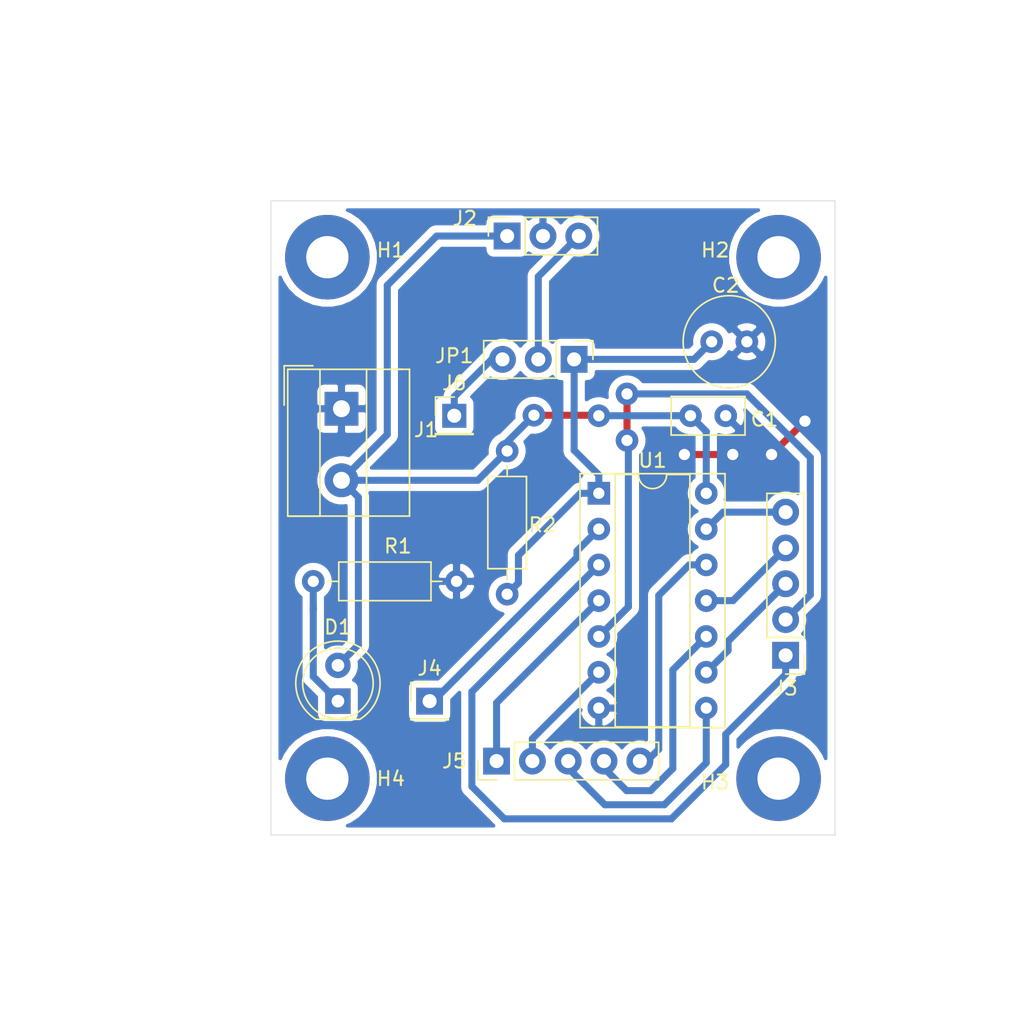
<source format=kicad_pcb>
(kicad_pcb (version 20171130) (host pcbnew 5.1.4-e60b266~84~ubuntu18.04.1)

  (general
    (thickness 1.6)
    (drawings 16)
    (tracks 103)
    (zones 0)
    (modules 17)
    (nets 18)
  )

  (page A4)
  (title_block
    (title Enconder)
    (date 2020-05-30)
    (rev 2.0)
    (company "Autor: Esp. Ing. Luis Mariano Campos")
    (comment 1 "Proyecto Final - CESE")
    (comment 2 "Facultad de Ingeniería  - U.B.A.")
  )

  (layers
    (0 F.Cu signal)
    (31 B.Cu signal)
    (32 B.Adhes user hide)
    (33 F.Adhes user hide)
    (34 B.Paste user hide)
    (35 F.Paste user hide)
    (36 B.SilkS user hide)
    (37 F.SilkS user hide)
    (38 B.Mask user hide)
    (39 F.Mask user hide)
    (40 Dwgs.User user)
    (41 Cmts.User user hide)
    (42 Eco1.User user hide)
    (43 Eco2.User user hide)
    (44 Edge.Cuts user)
    (45 Margin user)
    (46 B.CrtYd user hide)
    (47 F.CrtYd user)
    (48 B.Fab user hide)
    (49 F.Fab user hide)
  )

  (setup
    (last_trace_width 0.5)
    (user_trace_width 0.5)
    (user_trace_width 0.8)
    (user_trace_width 1)
    (trace_clearance 0.5)
    (zone_clearance 0.508)
    (zone_45_only no)
    (trace_min 0.2)
    (via_size 1.6)
    (via_drill 0.8)
    (via_min_size 0.4)
    (via_min_drill 0.3)
    (user_via 1.6 0.8)
    (uvia_size 0.3)
    (uvia_drill 0.1)
    (uvias_allowed no)
    (uvia_min_size 0.2)
    (uvia_min_drill 0.1)
    (edge_width 0.05)
    (segment_width 0.2)
    (pcb_text_width 0.3)
    (pcb_text_size 1.5 1.5)
    (mod_edge_width 0.12)
    (mod_text_size 1 1)
    (mod_text_width 0.15)
    (pad_size 1.6 1.6)
    (pad_drill 0.8)
    (pad_to_mask_clearance 0.051)
    (solder_mask_min_width 0.25)
    (aux_axis_origin 0 0)
    (visible_elements FFFFFF7F)
    (pcbplotparams
      (layerselection 0x010fc_ffffffff)
      (usegerberextensions false)
      (usegerberattributes false)
      (usegerberadvancedattributes false)
      (creategerberjobfile false)
      (excludeedgelayer true)
      (linewidth 0.100000)
      (plotframeref false)
      (viasonmask false)
      (mode 1)
      (useauxorigin false)
      (hpglpennumber 1)
      (hpglpenspeed 20)
      (hpglpendiameter 15.000000)
      (psnegative false)
      (psa4output false)
      (plotreference true)
      (plotvalue true)
      (plotinvisibletext false)
      (padsonsilk false)
      (subtractmaskfromsilk false)
      (outputformat 1)
      (mirror false)
      (drillshape 1)
      (scaleselection 1)
      (outputdirectory ""))
  )

  (net 0 "")
  (net 1 VCC)
  (net 2 GND)
  (net 3 "Net-(C2-Pad1)")
  (net 4 "Net-(D1-Pad1)")
  (net 5 "Net-(J3-Pad1)")
  (net 6 "Net-(J3-Pad2)")
  (net 7 "Net-(J3-Pad3)")
  (net 8 "Net-(J3-Pad4)")
  (net 9 "Net-(J3-Pad5)")
  (net 10 "Net-(J4-Pad1)")
  (net 11 "Net-(J5-Pad5)")
  (net 12 "Net-(J5-Pad4)")
  (net 13 "Net-(J5-Pad3)")
  (net 14 "Net-(J5-Pad2)")
  (net 15 "Net-(J5-Pad1)")
  (net 16 "Net-(J2-Pad3)")
  (net 17 "Net-(J6-Pad1)")

  (net_class Default "This is the default net class."
    (clearance 0.5)
    (trace_width 0.5)
    (via_dia 1.6)
    (via_drill 0.8)
    (uvia_dia 0.3)
    (uvia_drill 0.1)
    (add_net GND)
    (add_net "Net-(C2-Pad1)")
    (add_net "Net-(D1-Pad1)")
    (add_net "Net-(J2-Pad3)")
    (add_net "Net-(J3-Pad1)")
    (add_net "Net-(J3-Pad2)")
    (add_net "Net-(J3-Pad3)")
    (add_net "Net-(J3-Pad4)")
    (add_net "Net-(J3-Pad5)")
    (add_net "Net-(J4-Pad1)")
    (add_net "Net-(J5-Pad1)")
    (add_net "Net-(J5-Pad2)")
    (add_net "Net-(J5-Pad3)")
    (add_net "Net-(J5-Pad4)")
    (add_net "Net-(J5-Pad5)")
    (add_net "Net-(J6-Pad1)")
    (add_net VCC)
  )

  (module Connector_PinHeader_2.54mm:PinHeader_1x03_P2.54mm_Vertical (layer F.Cu) (tedit 5ED70481) (tstamp 5ED7300D)
    (at 117.25 84 270)
    (descr "Through hole straight pin header, 1x03, 2.54mm pitch, single row")
    (tags "Through hole pin header THT 1x03 2.54mm single row")
    (path /5ED73947)
    (fp_text reference JP1 (at -0.25 8.5) (layer F.SilkS)
      (effects (font (size 1 1) (thickness 0.15)))
    )
    (fp_text value Jumper_3_Open (at 0 7.41 90) (layer F.Fab)
      (effects (font (size 1 1) (thickness 0.15)))
    )
    (fp_line (start -0.635 -1.27) (end 1.27 -1.27) (layer F.Fab) (width 0.1))
    (fp_line (start 1.27 -1.27) (end 1.27 6.35) (layer F.Fab) (width 0.1))
    (fp_line (start 1.27 6.35) (end -1.27 6.35) (layer F.Fab) (width 0.1))
    (fp_line (start -1.27 6.35) (end -1.27 -0.635) (layer F.Fab) (width 0.1))
    (fp_line (start -1.27 -0.635) (end -0.635 -1.27) (layer F.Fab) (width 0.1))
    (fp_line (start -1.33 6.41) (end 1.33 6.41) (layer F.SilkS) (width 0.12))
    (fp_line (start -1.33 1.27) (end -1.33 6.41) (layer F.SilkS) (width 0.12))
    (fp_line (start 1.33 1.27) (end 1.33 6.41) (layer F.SilkS) (width 0.12))
    (fp_line (start -1.33 1.27) (end 1.33 1.27) (layer F.SilkS) (width 0.12))
    (fp_line (start -1.33 0) (end -1.33 -1.33) (layer F.SilkS) (width 0.12))
    (fp_line (start -1.33 -1.33) (end 0 -1.33) (layer F.SilkS) (width 0.12))
    (fp_line (start -1.8 -1.8) (end -1.8 6.85) (layer F.CrtYd) (width 0.05))
    (fp_line (start -1.8 6.85) (end 1.8 6.85) (layer F.CrtYd) (width 0.05))
    (fp_line (start 1.8 6.85) (end 1.8 -1.8) (layer F.CrtYd) (width 0.05))
    (fp_line (start 1.8 -1.8) (end -1.8 -1.8) (layer F.CrtYd) (width 0.05))
    (fp_text user %R (at 0 2.54) (layer F.Fab)
      (effects (font (size 1 1) (thickness 0.15)))
    )
    (pad 1 thru_hole rect (at 0 0 270) (size 1.9 1.9) (drill 1) (layers *.Cu *.Mask)
      (net 3 "Net-(C2-Pad1)"))
    (pad 2 thru_hole oval (at 0 2.54 270) (size 1.9 1.9) (drill 1) (layers *.Cu *.Mask)
      (net 16 "Net-(J2-Pad3)"))
    (pad 3 thru_hole oval (at 0 5.08 270) (size 1.9 1.9) (drill 1) (layers *.Cu *.Mask)
      (net 17 "Net-(J6-Pad1)"))
    (model ${KISYS3DMOD}/Connector_PinHeader_2.54mm.3dshapes/PinHeader_1x03_P2.54mm_Vertical.wrl
      (at (xyz 0 0 0))
      (scale (xyz 1 1 1))
      (rotate (xyz 0 0 0))
    )
  )

  (module Connector_PinSocket_2.54mm:PinSocket_1x03_P2.54mm_Vertical (layer F.Cu) (tedit 5ED7045D) (tstamp 5ED73A98)
    (at 112.5 75.25 90)
    (descr "Through hole straight socket strip, 1x03, 2.54mm pitch, single row (from Kicad 4.0.7), script generated")
    (tags "Through hole socket strip THT 1x03 2.54mm single row")
    (path /5EE0C9B0)
    (fp_text reference J2 (at 1.25 -3 180) (layer F.SilkS)
      (effects (font (size 1 1) (thickness 0.15)))
    )
    (fp_text value Conn_01x03 (at 0 7.85 90) (layer F.Fab)
      (effects (font (size 1 1) (thickness 0.15)))
    )
    (fp_line (start -1.27 -1.27) (end 0.635 -1.27) (layer F.Fab) (width 0.1))
    (fp_line (start 0.635 -1.27) (end 1.27 -0.635) (layer F.Fab) (width 0.1))
    (fp_line (start 1.27 -0.635) (end 1.27 6.35) (layer F.Fab) (width 0.1))
    (fp_line (start 1.27 6.35) (end -1.27 6.35) (layer F.Fab) (width 0.1))
    (fp_line (start -1.27 6.35) (end -1.27 -1.27) (layer F.Fab) (width 0.1))
    (fp_line (start -1.33 1.27) (end 1.33 1.27) (layer F.SilkS) (width 0.12))
    (fp_line (start -1.33 1.27) (end -1.33 6.41) (layer F.SilkS) (width 0.12))
    (fp_line (start -1.33 6.41) (end 1.33 6.41) (layer F.SilkS) (width 0.12))
    (fp_line (start 1.33 1.27) (end 1.33 6.41) (layer F.SilkS) (width 0.12))
    (fp_line (start 1.33 -1.33) (end 1.33 0) (layer F.SilkS) (width 0.12))
    (fp_line (start 0 -1.33) (end 1.33 -1.33) (layer F.SilkS) (width 0.12))
    (fp_line (start -1.8 -1.8) (end 1.75 -1.8) (layer F.CrtYd) (width 0.05))
    (fp_line (start 1.75 -1.8) (end 1.75 6.85) (layer F.CrtYd) (width 0.05))
    (fp_line (start 1.75 6.85) (end -1.8 6.85) (layer F.CrtYd) (width 0.05))
    (fp_line (start -1.8 6.85) (end -1.8 -1.8) (layer F.CrtYd) (width 0.05))
    (fp_text user %R (at 0 2.54) (layer F.Fab)
      (effects (font (size 1 1) (thickness 0.15)))
    )
    (pad 1 thru_hole rect (at 0 0 90) (size 1.9 1.9) (drill 1) (layers *.Cu *.Mask)
      (net 1 VCC))
    (pad 2 thru_hole oval (at 0 2.54 90) (size 1.9 1.9) (drill 1) (layers *.Cu *.Mask)
      (net 2 GND))
    (pad 3 thru_hole oval (at 0 5.08 90) (size 1.9 1.9) (drill 1) (layers *.Cu *.Mask)
      (net 16 "Net-(J2-Pad3)"))
    (model ${KISYS3DMOD}/Connector_PinSocket_2.54mm.3dshapes/PinSocket_1x03_P2.54mm_Vertical.wrl
      (at (xyz 0 0 0))
      (scale (xyz 1 1 1))
      (rotate (xyz 0 0 0))
    )
  )

  (module Capacitor_THT:C_Disc_D5.0mm_W2.5mm_P2.50mm (layer F.Cu) (tedit 5ED705F1) (tstamp 5ED456AA)
    (at 125.5 88)
    (descr "C, Disc series, Radial, pin pitch=2.50mm, , diameter*width=5*2.5mm^2, Capacitor, http://cdn-reichelt.de/documents/datenblatt/B300/DS_KERKO_TC.pdf")
    (tags "C Disc series Radial pin pitch 2.50mm  diameter 5mm width 2.5mm Capacitor")
    (path /5EDE137B)
    (fp_text reference C1 (at 5.25 0.25) (layer F.SilkS)
      (effects (font (size 1 1) (thickness 0.15)))
    )
    (fp_text value 100uf (at 1.25 2.5) (layer F.Fab)
      (effects (font (size 1 1) (thickness 0.15)))
    )
    (fp_line (start -1.25 -1.25) (end -1.25 1.25) (layer F.Fab) (width 0.1))
    (fp_line (start -1.25 1.25) (end 3.75 1.25) (layer F.Fab) (width 0.1))
    (fp_line (start 3.75 1.25) (end 3.75 -1.25) (layer F.Fab) (width 0.1))
    (fp_line (start 3.75 -1.25) (end -1.25 -1.25) (layer F.Fab) (width 0.1))
    (fp_line (start -1.37 -1.37) (end 3.87 -1.37) (layer F.SilkS) (width 0.12))
    (fp_line (start -1.37 1.37) (end 3.87 1.37) (layer F.SilkS) (width 0.12))
    (fp_line (start -1.37 -1.37) (end -1.37 1.37) (layer F.SilkS) (width 0.12))
    (fp_line (start 3.87 -1.37) (end 3.87 1.37) (layer F.SilkS) (width 0.12))
    (fp_line (start -1.5 -1.5) (end -1.5 1.5) (layer F.CrtYd) (width 0.05))
    (fp_line (start -1.5 1.5) (end 4 1.5) (layer F.CrtYd) (width 0.05))
    (fp_line (start 4 1.5) (end 4 -1.5) (layer F.CrtYd) (width 0.05))
    (fp_line (start 4 -1.5) (end -1.5 -1.5) (layer F.CrtYd) (width 0.05))
    (fp_text user %R (at 1.25 0) (layer F.Fab)
      (effects (font (size 1 1) (thickness 0.15)))
    )
    (pad 1 thru_hole circle (at 0 0) (size 1.6 1.6) (drill 0.8) (layers *.Cu *.Mask)
      (net 1 VCC))
    (pad 2 thru_hole circle (at 2.5 0) (size 1.6 1.6) (drill 0.8) (layers *.Cu *.Mask)
      (net 2 GND))
    (model ${KISYS3DMOD}/Capacitor_THT.3dshapes/C_Disc_D5.0mm_W2.5mm_P2.50mm.wrl
      (at (xyz 0 0 0))
      (scale (xyz 1 1 1))
      (rotate (xyz 0 0 0))
    )
  )

  (module Capacitor_THT:C_Radial_D6.3mm_H11.0mm_P2.50mm (layer F.Cu) (tedit 5ED70557) (tstamp 5ED42391)
    (at 127 82.75)
    (descr "C, Radial series, Radial, pin pitch=2.50mm, diameter=6.3mm, height=11mm, Non-Polar Electrolytic Capacitor")
    (tags "C Radial series Radial pin pitch 2.50mm diameter 6.3mm height 11mm Non-Polar Electrolytic Capacitor")
    (path /5ED3A153)
    (fp_text reference C2 (at 1 -4) (layer F.SilkS)
      (effects (font (size 1 1) (thickness 0.15)))
    )
    (fp_text value 100uF (at 1.25 4.4) (layer F.Fab)
      (effects (font (size 1 1) (thickness 0.15)))
    )
    (fp_circle (center 1.25 0) (end 4.4 0) (layer F.Fab) (width 0.1))
    (fp_circle (center 1.25 0) (end 4.52 0) (layer F.SilkS) (width 0.12))
    (fp_circle (center 1.25 0) (end 4.65 0) (layer F.CrtYd) (width 0.05))
    (fp_text user %R (at 1.25 0) (layer F.Fab)
      (effects (font (size 1 1) (thickness 0.15)))
    )
    (pad 1 thru_hole circle (at 0 0) (size 1.6 1.6) (drill 0.8) (layers *.Cu *.Mask)
      (net 3 "Net-(C2-Pad1)"))
    (pad 2 thru_hole circle (at 2.5 0) (size 1.6 1.6) (drill 0.8) (layers *.Cu *.Mask)
      (net 2 GND))
    (model ${KISYS3DMOD}/Capacitor_THT.3dshapes/C_Radial_D6.3mm_H11.0mm_P2.50mm.wrl
      (at (xyz 0 0 0))
      (scale (xyz 1 1 1))
      (rotate (xyz 0 0 0))
    )
  )

  (module LED_THT:LED_D5.0mm (layer F.Cu) (tedit 5ED705DB) (tstamp 5ED423A3)
    (at 100.5 108.25 90)
    (descr "LED, diameter 5.0mm, 2 pins, http://cdn-reichelt.de/documents/datenblatt/A500/LL-504BC2E-009.pdf")
    (tags "LED diameter 5.0mm 2 pins")
    (path /5ED2D383)
    (fp_text reference D1 (at 5.25 0 180) (layer F.SilkS)
      (effects (font (size 1 1) (thickness 0.15)))
    )
    (fp_text value LED_PWR (at 1.27 3.96 90) (layer F.Fab)
      (effects (font (size 1 1) (thickness 0.15)))
    )
    (fp_arc (start 1.27 0) (end -1.23 -1.469694) (angle 299.1) (layer F.Fab) (width 0.1))
    (fp_arc (start 1.27 0) (end -1.29 -1.54483) (angle 148.9) (layer F.SilkS) (width 0.12))
    (fp_arc (start 1.27 0) (end -1.29 1.54483) (angle -148.9) (layer F.SilkS) (width 0.12))
    (fp_circle (center 1.27 0) (end 3.77 0) (layer F.Fab) (width 0.1))
    (fp_circle (center 1.27 0) (end 3.77 0) (layer F.SilkS) (width 0.12))
    (fp_line (start -1.23 -1.469694) (end -1.23 1.469694) (layer F.Fab) (width 0.1))
    (fp_line (start -1.29 -1.545) (end -1.29 1.545) (layer F.SilkS) (width 0.12))
    (fp_line (start -1.95 -3.25) (end -1.95 3.25) (layer F.CrtYd) (width 0.05))
    (fp_line (start -1.95 3.25) (end 4.5 3.25) (layer F.CrtYd) (width 0.05))
    (fp_line (start 4.5 3.25) (end 4.5 -3.25) (layer F.CrtYd) (width 0.05))
    (fp_line (start 4.5 -3.25) (end -1.95 -3.25) (layer F.CrtYd) (width 0.05))
    (fp_text user %R (at 1.25 0 90) (layer F.Fab)
      (effects (font (size 0.8 0.8) (thickness 0.2)))
    )
    (pad 1 thru_hole rect (at 0 0 90) (size 1.8 1.8) (drill 0.9) (layers *.Cu *.Mask)
      (net 4 "Net-(D1-Pad1)"))
    (pad 2 thru_hole circle (at 2.54 0 90) (size 1.8 1.8) (drill 0.9) (layers *.Cu *.Mask)
      (net 1 VCC))
    (model ${KISYS3DMOD}/LED_THT.3dshapes/LED_D5.0mm.wrl
      (at (xyz 0 0 0))
      (scale (xyz 1 1 1))
      (rotate (xyz 0 0 0))
    )
  )

  (module Connector_PinHeader_2.54mm:PinHeader_1x05_P2.54mm_Vertical (layer F.Cu) (tedit 5ED703C7) (tstamp 5ED4243F)
    (at 132.25 105 180)
    (descr "Through hole straight pin header, 1x05, 2.54mm pitch, single row")
    (tags "Through hole pin header THT 1x05 2.54mm single row")
    (path /5EE014D9)
    (fp_text reference J3 (at 0 -2.33) (layer F.SilkS)
      (effects (font (size 1 1) (thickness 0.15)))
    )
    (fp_text value Conn_01x05 (at 0 12.49) (layer F.Fab)
      (effects (font (size 1 1) (thickness 0.15)))
    )
    (fp_line (start -0.635 -1.27) (end 1.27 -1.27) (layer F.Fab) (width 0.1))
    (fp_line (start 1.27 -1.27) (end 1.27 11.43) (layer F.Fab) (width 0.1))
    (fp_line (start 1.27 11.43) (end -1.27 11.43) (layer F.Fab) (width 0.1))
    (fp_line (start -1.27 11.43) (end -1.27 -0.635) (layer F.Fab) (width 0.1))
    (fp_line (start -1.27 -0.635) (end -0.635 -1.27) (layer F.Fab) (width 0.1))
    (fp_line (start -1.33 11.49) (end 1.33 11.49) (layer F.SilkS) (width 0.12))
    (fp_line (start -1.33 1.27) (end -1.33 11.49) (layer F.SilkS) (width 0.12))
    (fp_line (start 1.33 1.27) (end 1.33 11.49) (layer F.SilkS) (width 0.12))
    (fp_line (start -1.33 1.27) (end 1.33 1.27) (layer F.SilkS) (width 0.12))
    (fp_line (start -1.33 0) (end -1.33 -1.33) (layer F.SilkS) (width 0.12))
    (fp_line (start -1.33 -1.33) (end 0 -1.33) (layer F.SilkS) (width 0.12))
    (fp_line (start -1.8 -1.8) (end -1.8 11.95) (layer F.CrtYd) (width 0.05))
    (fp_line (start -1.8 11.95) (end 1.8 11.95) (layer F.CrtYd) (width 0.05))
    (fp_line (start 1.8 11.95) (end 1.8 -1.8) (layer F.CrtYd) (width 0.05))
    (fp_line (start 1.8 -1.8) (end -1.8 -1.8) (layer F.CrtYd) (width 0.05))
    (fp_text user %R (at 0 5.08 90) (layer F.Fab)
      (effects (font (size 1 1) (thickness 0.15)))
    )
    (pad 1 thru_hole rect (at 0 0 180) (size 1.9 1.9) (drill 1) (layers *.Cu *.Mask)
      (net 5 "Net-(J3-Pad1)"))
    (pad 2 thru_hole oval (at 0 2.54 180) (size 1.9 1.9) (drill 1) (layers *.Cu *.Mask)
      (net 6 "Net-(J3-Pad2)"))
    (pad 3 thru_hole oval (at 0 5.08 180) (size 1.9 1.9) (drill 1) (layers *.Cu *.Mask)
      (net 7 "Net-(J3-Pad3)"))
    (pad 4 thru_hole oval (at 0 7.62 180) (size 1.9 1.9) (drill 1) (layers *.Cu *.Mask)
      (net 8 "Net-(J3-Pad4)"))
    (pad 5 thru_hole oval (at 0 10.16 180) (size 1.9 1.9) (drill 1) (layers *.Cu *.Mask)
      (net 9 "Net-(J3-Pad5)"))
    (model ${KISYS3DMOD}/Connector_PinHeader_2.54mm.3dshapes/PinHeader_1x05_P2.54mm_Vertical.wrl
      (at (xyz 0 0 0))
      (scale (xyz 1 1 1))
      (rotate (xyz 0 0 0))
    )
  )

  (module Connector_PinHeader_2.54mm:PinHeader_1x01_P2.54mm_Vertical (layer F.Cu) (tedit 5ED70439) (tstamp 5ED42454)
    (at 107 108.25)
    (descr "Through hole straight pin header, 1x01, 2.54mm pitch, single row")
    (tags "Through hole pin header THT 1x01 2.54mm single row")
    (path /5EDA32D3)
    (fp_text reference J4 (at 0 -2.33) (layer F.SilkS)
      (effects (font (size 1 1) (thickness 0.15)))
    )
    (fp_text value Conn_01x01 (at 0 2.33) (layer F.Fab)
      (effects (font (size 1 1) (thickness 0.15)))
    )
    (fp_line (start -0.635 -1.27) (end 1.27 -1.27) (layer F.Fab) (width 0.1))
    (fp_line (start 1.27 -1.27) (end 1.27 1.27) (layer F.Fab) (width 0.1))
    (fp_line (start 1.27 1.27) (end -1.27 1.27) (layer F.Fab) (width 0.1))
    (fp_line (start -1.27 1.27) (end -1.27 -0.635) (layer F.Fab) (width 0.1))
    (fp_line (start -1.27 -0.635) (end -0.635 -1.27) (layer F.Fab) (width 0.1))
    (fp_line (start -1.33 1.33) (end 1.33 1.33) (layer F.SilkS) (width 0.12))
    (fp_line (start -1.33 1.27) (end -1.33 1.33) (layer F.SilkS) (width 0.12))
    (fp_line (start 1.33 1.27) (end 1.33 1.33) (layer F.SilkS) (width 0.12))
    (fp_line (start -1.33 1.27) (end 1.33 1.27) (layer F.SilkS) (width 0.12))
    (fp_line (start -1.33 0) (end -1.33 -1.33) (layer F.SilkS) (width 0.12))
    (fp_line (start -1.33 -1.33) (end 0 -1.33) (layer F.SilkS) (width 0.12))
    (fp_line (start -1.8 -1.8) (end -1.8 1.8) (layer F.CrtYd) (width 0.05))
    (fp_line (start -1.8 1.8) (end 1.8 1.8) (layer F.CrtYd) (width 0.05))
    (fp_line (start 1.8 1.8) (end 1.8 -1.8) (layer F.CrtYd) (width 0.05))
    (fp_line (start 1.8 -1.8) (end -1.8 -1.8) (layer F.CrtYd) (width 0.05))
    (fp_text user %R (at 0 0 90) (layer F.Fab)
      (effects (font (size 1 1) (thickness 0.15)))
    )
    (pad 1 thru_hole rect (at 0 0) (size 1.9 1.9) (drill 1) (layers *.Cu *.Mask)
      (net 10 "Net-(J4-Pad1)"))
    (model ${KISYS3DMOD}/Connector_PinHeader_2.54mm.3dshapes/PinHeader_1x01_P2.54mm_Vertical.wrl
      (at (xyz 0 0 0))
      (scale (xyz 1 1 1))
      (rotate (xyz 0 0 0))
    )
  )

  (module Connector_PinHeader_2.54mm:PinHeader_1x05_P2.54mm_Vertical (layer F.Cu) (tedit 5ED7042F) (tstamp 5ED4246D)
    (at 111.75 112.5 90)
    (descr "Through hole straight pin header, 1x05, 2.54mm pitch, single row")
    (tags "Through hole pin header THT 1x05 2.54mm single row")
    (path /5EE03A4C)
    (fp_text reference J5 (at 0 -3 180) (layer F.SilkS)
      (effects (font (size 1 1) (thickness 0.15)))
    )
    (fp_text value Conn_01x05 (at 0 12.49 90) (layer F.Fab)
      (effects (font (size 1 1) (thickness 0.15)))
    )
    (fp_text user %R (at 0 5.08) (layer F.Fab)
      (effects (font (size 1 1) (thickness 0.15)))
    )
    (fp_line (start 1.8 -1.8) (end -1.8 -1.8) (layer F.CrtYd) (width 0.05))
    (fp_line (start 1.8 11.95) (end 1.8 -1.8) (layer F.CrtYd) (width 0.05))
    (fp_line (start -1.8 11.95) (end 1.8 11.95) (layer F.CrtYd) (width 0.05))
    (fp_line (start -1.8 -1.8) (end -1.8 11.95) (layer F.CrtYd) (width 0.05))
    (fp_line (start -1.33 -1.33) (end 0 -1.33) (layer F.SilkS) (width 0.12))
    (fp_line (start -1.33 0) (end -1.33 -1.33) (layer F.SilkS) (width 0.12))
    (fp_line (start -1.33 1.27) (end 1.33 1.27) (layer F.SilkS) (width 0.12))
    (fp_line (start 1.33 1.27) (end 1.33 11.49) (layer F.SilkS) (width 0.12))
    (fp_line (start -1.33 1.27) (end -1.33 11.49) (layer F.SilkS) (width 0.12))
    (fp_line (start -1.33 11.49) (end 1.33 11.49) (layer F.SilkS) (width 0.12))
    (fp_line (start -1.27 -0.635) (end -0.635 -1.27) (layer F.Fab) (width 0.1))
    (fp_line (start -1.27 11.43) (end -1.27 -0.635) (layer F.Fab) (width 0.1))
    (fp_line (start 1.27 11.43) (end -1.27 11.43) (layer F.Fab) (width 0.1))
    (fp_line (start 1.27 -1.27) (end 1.27 11.43) (layer F.Fab) (width 0.1))
    (fp_line (start -0.635 -1.27) (end 1.27 -1.27) (layer F.Fab) (width 0.1))
    (pad 5 thru_hole oval (at 0 10.16 90) (size 1.9 1.9) (drill 1) (layers *.Cu *.Mask)
      (net 11 "Net-(J5-Pad5)"))
    (pad 4 thru_hole oval (at 0 7.62 90) (size 1.9 1.9) (drill 1) (layers *.Cu *.Mask)
      (net 12 "Net-(J5-Pad4)"))
    (pad 3 thru_hole oval (at 0 5.08 90) (size 1.9 1.9) (drill 1) (layers *.Cu *.Mask)
      (net 13 "Net-(J5-Pad3)"))
    (pad 2 thru_hole oval (at 0 2.54 90) (size 1.9 1.9) (drill 1) (layers *.Cu *.Mask)
      (net 14 "Net-(J5-Pad2)"))
    (pad 1 thru_hole rect (at 0 0 90) (size 1.9 1.9) (drill 1) (layers *.Cu *.Mask)
      (net 15 "Net-(J5-Pad1)"))
    (model ${KISYS3DMOD}/Connector_PinHeader_2.54mm.3dshapes/PinHeader_1x05_P2.54mm_Vertical.wrl
      (at (xyz 0 0 0))
      (scale (xyz 1 1 1))
      (rotate (xyz 0 0 0))
    )
  )

  (module Resistor_THT:R_Axial_DIN0207_L6.3mm_D2.5mm_P10.16mm_Horizontal (layer F.Cu) (tedit 5ED705CE) (tstamp 5ED42484)
    (at 98.75 99.75)
    (descr "Resistor, Axial_DIN0207 series, Axial, Horizontal, pin pitch=10.16mm, 0.25W = 1/4W, length*diameter=6.3*2.5mm^2, http://cdn-reichelt.de/documents/datenblatt/B400/1_4W%23YAG.pdf")
    (tags "Resistor Axial_DIN0207 series Axial Horizontal pin pitch 10.16mm 0.25W = 1/4W length 6.3mm diameter 2.5mm")
    (path /5ED2D8E5)
    (fp_text reference R1 (at 6 -2.5) (layer F.SilkS)
      (effects (font (size 1 1) (thickness 0.15)))
    )
    (fp_text value 220 (at 5.08 2.37) (layer F.Fab)
      (effects (font (size 1 1) (thickness 0.15)))
    )
    (fp_line (start 1.93 -1.25) (end 1.93 1.25) (layer F.Fab) (width 0.1))
    (fp_line (start 1.93 1.25) (end 8.23 1.25) (layer F.Fab) (width 0.1))
    (fp_line (start 8.23 1.25) (end 8.23 -1.25) (layer F.Fab) (width 0.1))
    (fp_line (start 8.23 -1.25) (end 1.93 -1.25) (layer F.Fab) (width 0.1))
    (fp_line (start 0 0) (end 1.93 0) (layer F.Fab) (width 0.1))
    (fp_line (start 10.16 0) (end 8.23 0) (layer F.Fab) (width 0.1))
    (fp_line (start 1.81 -1.37) (end 1.81 1.37) (layer F.SilkS) (width 0.12))
    (fp_line (start 1.81 1.37) (end 8.35 1.37) (layer F.SilkS) (width 0.12))
    (fp_line (start 8.35 1.37) (end 8.35 -1.37) (layer F.SilkS) (width 0.12))
    (fp_line (start 8.35 -1.37) (end 1.81 -1.37) (layer F.SilkS) (width 0.12))
    (fp_line (start 1.04 0) (end 1.81 0) (layer F.SilkS) (width 0.12))
    (fp_line (start 9.12 0) (end 8.35 0) (layer F.SilkS) (width 0.12))
    (fp_line (start -1.05 -1.5) (end -1.05 1.5) (layer F.CrtYd) (width 0.05))
    (fp_line (start -1.05 1.5) (end 11.21 1.5) (layer F.CrtYd) (width 0.05))
    (fp_line (start 11.21 1.5) (end 11.21 -1.5) (layer F.CrtYd) (width 0.05))
    (fp_line (start 11.21 -1.5) (end -1.05 -1.5) (layer F.CrtYd) (width 0.05))
    (fp_text user %R (at 5.08 0) (layer F.Fab)
      (effects (font (size 1 1) (thickness 0.15)))
    )
    (pad 1 thru_hole circle (at 0 0) (size 1.6 1.6) (drill 0.8) (layers *.Cu *.Mask)
      (net 4 "Net-(D1-Pad1)"))
    (pad 2 thru_hole oval (at 10.16 0) (size 1.6 1.6) (drill 0.8) (layers *.Cu *.Mask)
      (net 2 GND))
    (model ${KISYS3DMOD}/Resistor_THT.3dshapes/R_Axial_DIN0207_L6.3mm_D2.5mm_P10.16mm_Horizontal.wrl
      (at (xyz 0 0 0))
      (scale (xyz 1 1 1))
      (rotate (xyz 0 0 0))
    )
  )

  (module Resistor_THT:R_Axial_DIN0207_L6.3mm_D2.5mm_P10.16mm_Horizontal (layer F.Cu) (tedit 5ED705C8) (tstamp 5ED7344B)
    (at 112.5 90.5 270)
    (descr "Resistor, Axial_DIN0207 series, Axial, Horizontal, pin pitch=10.16mm, 0.25W = 1/4W, length*diameter=6.3*2.5mm^2, http://cdn-reichelt.de/documents/datenblatt/B400/1_4W%23YAG.pdf")
    (tags "Resistor Axial_DIN0207 series Axial Horizontal pin pitch 10.16mm 0.25W = 1/4W length 6.3mm diameter 2.5mm")
    (path /5ED39431)
    (fp_text reference R2 (at 5.25 -2.5 180) (layer F.SilkS)
      (effects (font (size 1 1) (thickness 0.15)))
    )
    (fp_text value 1k (at 5.08 2.37 90) (layer F.Fab)
      (effects (font (size 1 1) (thickness 0.15)))
    )
    (fp_text user %R (at 5.08 0 90) (layer F.Fab)
      (effects (font (size 1 1) (thickness 0.15)))
    )
    (fp_line (start 11.21 -1.5) (end -1.05 -1.5) (layer F.CrtYd) (width 0.05))
    (fp_line (start 11.21 1.5) (end 11.21 -1.5) (layer F.CrtYd) (width 0.05))
    (fp_line (start -1.05 1.5) (end 11.21 1.5) (layer F.CrtYd) (width 0.05))
    (fp_line (start -1.05 -1.5) (end -1.05 1.5) (layer F.CrtYd) (width 0.05))
    (fp_line (start 9.12 0) (end 8.35 0) (layer F.SilkS) (width 0.12))
    (fp_line (start 1.04 0) (end 1.81 0) (layer F.SilkS) (width 0.12))
    (fp_line (start 8.35 -1.37) (end 1.81 -1.37) (layer F.SilkS) (width 0.12))
    (fp_line (start 8.35 1.37) (end 8.35 -1.37) (layer F.SilkS) (width 0.12))
    (fp_line (start 1.81 1.37) (end 8.35 1.37) (layer F.SilkS) (width 0.12))
    (fp_line (start 1.81 -1.37) (end 1.81 1.37) (layer F.SilkS) (width 0.12))
    (fp_line (start 10.16 0) (end 8.23 0) (layer F.Fab) (width 0.1))
    (fp_line (start 0 0) (end 1.93 0) (layer F.Fab) (width 0.1))
    (fp_line (start 8.23 -1.25) (end 1.93 -1.25) (layer F.Fab) (width 0.1))
    (fp_line (start 8.23 1.25) (end 8.23 -1.25) (layer F.Fab) (width 0.1))
    (fp_line (start 1.93 1.25) (end 8.23 1.25) (layer F.Fab) (width 0.1))
    (fp_line (start 1.93 -1.25) (end 1.93 1.25) (layer F.Fab) (width 0.1))
    (pad 2 thru_hole oval (at 10.16 0 270) (size 1.6 1.6) (drill 0.8) (layers *.Cu *.Mask)
      (net 3 "Net-(C2-Pad1)"))
    (pad 1 thru_hole circle (at 0 0 270) (size 1.6 1.6) (drill 0.8) (layers *.Cu *.Mask)
      (net 1 VCC))
    (model ${KISYS3DMOD}/Resistor_THT.3dshapes/R_Axial_DIN0207_L6.3mm_D2.5mm_P10.16mm_Horizontal.wrl
      (at (xyz 0 0 0))
      (scale (xyz 1 1 1))
      (rotate (xyz 0 0 0))
    )
  )

  (module Package_DIP:DIP-14_W7.62mm_Socket (layer F.Cu) (tedit 5ED7035C) (tstamp 5ED424C5)
    (at 119 93.5)
    (descr "14-lead though-hole mounted DIP package, row spacing 7.62 mm (300 mils), Socket")
    (tags "THT DIP DIL PDIP 2.54mm 7.62mm 300mil Socket")
    (path /5ED2DE29)
    (fp_text reference U1 (at 3.81 -2.33) (layer F.SilkS)
      (effects (font (size 1 1) (thickness 0.15)))
    )
    (fp_text value 74LS14 (at 3.81 17.57) (layer F.Fab)
      (effects (font (size 1 1) (thickness 0.15)))
    )
    (fp_arc (start 3.81 -1.33) (end 2.81 -1.33) (angle -180) (layer F.SilkS) (width 0.12))
    (fp_line (start 1.635 -1.27) (end 6.985 -1.27) (layer F.Fab) (width 0.1))
    (fp_line (start 6.985 -1.27) (end 6.985 16.51) (layer F.Fab) (width 0.1))
    (fp_line (start 6.985 16.51) (end 0.635 16.51) (layer F.Fab) (width 0.1))
    (fp_line (start 0.635 16.51) (end 0.635 -0.27) (layer F.Fab) (width 0.1))
    (fp_line (start 0.635 -0.27) (end 1.635 -1.27) (layer F.Fab) (width 0.1))
    (fp_line (start -1.27 -1.33) (end -1.27 16.57) (layer F.Fab) (width 0.1))
    (fp_line (start -1.27 16.57) (end 8.89 16.57) (layer F.Fab) (width 0.1))
    (fp_line (start 8.89 16.57) (end 8.89 -1.33) (layer F.Fab) (width 0.1))
    (fp_line (start 8.89 -1.33) (end -1.27 -1.33) (layer F.Fab) (width 0.1))
    (fp_line (start 2.81 -1.33) (end 1.16 -1.33) (layer F.SilkS) (width 0.12))
    (fp_line (start 1.16 -1.33) (end 1.16 16.57) (layer F.SilkS) (width 0.12))
    (fp_line (start 1.16 16.57) (end 6.46 16.57) (layer F.SilkS) (width 0.12))
    (fp_line (start 6.46 16.57) (end 6.46 -1.33) (layer F.SilkS) (width 0.12))
    (fp_line (start 6.46 -1.33) (end 4.81 -1.33) (layer F.SilkS) (width 0.12))
    (fp_line (start -1.33 -1.39) (end -1.33 16.63) (layer F.SilkS) (width 0.12))
    (fp_line (start -1.33 16.63) (end 8.95 16.63) (layer F.SilkS) (width 0.12))
    (fp_line (start 8.95 16.63) (end 8.95 -1.39) (layer F.SilkS) (width 0.12))
    (fp_line (start 8.95 -1.39) (end -1.33 -1.39) (layer F.SilkS) (width 0.12))
    (fp_line (start -1.55 -1.6) (end -1.55 16.85) (layer F.CrtYd) (width 0.05))
    (fp_line (start -1.55 16.85) (end 9.15 16.85) (layer F.CrtYd) (width 0.05))
    (fp_line (start 9.15 16.85) (end 9.15 -1.6) (layer F.CrtYd) (width 0.05))
    (fp_line (start 9.15 -1.6) (end -1.55 -1.6) (layer F.CrtYd) (width 0.05))
    (fp_text user %R (at 3.81 7.62) (layer F.Fab)
      (effects (font (size 1 1) (thickness 0.15)))
    )
    (pad 1 thru_hole rect (at 0 0) (size 1.6 1.6) (drill 0.8) (layers *.Cu *.Mask)
      (net 3 "Net-(C2-Pad1)"))
    (pad 8 thru_hole oval (at 7.62 15.24) (size 1.6 1.6) (drill 0.8) (layers *.Cu *.Mask)
      (net 13 "Net-(J5-Pad3)"))
    (pad 2 thru_hole oval (at 0 2.54) (size 1.6 1.6) (drill 0.8) (layers *.Cu *.Mask)
      (net 10 "Net-(J4-Pad1)"))
    (pad 9 thru_hole oval (at 7.62 12.7) (size 1.6 1.6) (drill 0.8) (layers *.Cu *.Mask)
      (net 7 "Net-(J3-Pad3)"))
    (pad 3 thru_hole oval (at 0 5.08) (size 1.6 1.6) (drill 0.8) (layers *.Cu *.Mask)
      (net 5 "Net-(J3-Pad1)"))
    (pad 10 thru_hole oval (at 7.62 10.16) (size 1.6 1.6) (drill 0.8) (layers *.Cu *.Mask)
      (net 12 "Net-(J5-Pad4)"))
    (pad 4 thru_hole oval (at 0 7.62) (size 1.6 1.6) (drill 0.8) (layers *.Cu *.Mask)
      (net 15 "Net-(J5-Pad1)"))
    (pad 11 thru_hole oval (at 7.62 7.62) (size 1.6 1.6) (drill 0.8) (layers *.Cu *.Mask)
      (net 8 "Net-(J3-Pad4)"))
    (pad 5 thru_hole oval (at 0 10.16) (size 1.6 1.6) (drill 0.8) (layers *.Cu *.Mask)
      (net 6 "Net-(J3-Pad2)"))
    (pad 12 thru_hole oval (at 7.62 5.08) (size 1.6 1.6) (drill 0.8) (layers *.Cu *.Mask)
      (net 11 "Net-(J5-Pad5)"))
    (pad 6 thru_hole oval (at 0 12.7) (size 1.6 1.6) (drill 0.8) (layers *.Cu *.Mask)
      (net 14 "Net-(J5-Pad2)"))
    (pad 13 thru_hole oval (at 7.62 2.54) (size 1.6 1.6) (drill 0.8) (layers *.Cu *.Mask)
      (net 9 "Net-(J3-Pad5)"))
    (pad 7 thru_hole oval (at 0 15.24) (size 1.6 1.6) (drill 0.8) (layers *.Cu *.Mask)
      (net 2 GND))
    (pad 14 thru_hole oval (at 7.62 0) (size 1.6 1.6) (drill 0.8) (layers *.Cu *.Mask)
      (net 1 VCC))
    (model ${KISYS3DMOD}/Package_DIP.3dshapes/DIP-14_W7.62mm_Socket.wrl
      (at (xyz 0 0 0))
      (scale (xyz 1 1 1))
      (rotate (xyz 0 0 0))
    )
  )

  (module MountingHole:MountingHole_3mm_Pad (layer F.Cu) (tedit 56D1B4CB) (tstamp 5ED738C6)
    (at 99.75 76.75)
    (descr "Mounting Hole 3mm")
    (tags "mounting hole 3mm")
    (path /5EE3AF1B)
    (attr virtual)
    (fp_text reference H1 (at 4.5 -0.5) (layer F.SilkS)
      (effects (font (size 1 1) (thickness 0.15)))
    )
    (fp_text value MountingHole (at 0 4) (layer F.Fab)
      (effects (font (size 1 1) (thickness 0.15)))
    )
    (fp_text user %R (at 0.3 0) (layer F.Fab)
      (effects (font (size 1 1) (thickness 0.15)))
    )
    (fp_circle (center 0 0) (end 3 0) (layer Cmts.User) (width 0.15))
    (fp_circle (center 0 0) (end 3.25 0) (layer F.CrtYd) (width 0.05))
    (pad 1 thru_hole circle (at 0 0) (size 6 6) (drill 3) (layers *.Cu *.Mask))
  )

  (module MountingHole:MountingHole_3mm_Pad (layer F.Cu) (tedit 56D1B4CB) (tstamp 5ED3F5EA)
    (at 131.75 76.75)
    (descr "Mounting Hole 3mm")
    (tags "mounting hole 3mm")
    (path /5EE3CEDF)
    (attr virtual)
    (fp_text reference H2 (at -4.5 -0.5) (layer F.SilkS)
      (effects (font (size 1 1) (thickness 0.15)))
    )
    (fp_text value MountingHole (at 0 4) (layer F.Fab)
      (effects (font (size 1 1) (thickness 0.15)))
    )
    (fp_text user %R (at 0.3 0) (layer F.Fab)
      (effects (font (size 1 1) (thickness 0.15)))
    )
    (fp_circle (center 0 0) (end 3 0) (layer Cmts.User) (width 0.15))
    (fp_circle (center 0 0) (end 3.25 0) (layer F.CrtYd) (width 0.05))
    (pad 1 thru_hole circle (at 0 0) (size 6 6) (drill 3) (layers *.Cu *.Mask))
  )

  (module MountingHole:MountingHole_3mm_Pad (layer F.Cu) (tedit 56D1B4CB) (tstamp 5ED3F5F1)
    (at 131.75 113.75)
    (descr "Mounting Hole 3mm")
    (tags "mounting hole 3mm")
    (path /5EE3CA1E)
    (attr virtual)
    (fp_text reference H3 (at -4.5 0.25) (layer F.SilkS)
      (effects (font (size 1 1) (thickness 0.15)))
    )
    (fp_text value MountingHole (at 0 4) (layer F.Fab)
      (effects (font (size 1 1) (thickness 0.15)))
    )
    (fp_circle (center 0 0) (end 3.25 0) (layer F.CrtYd) (width 0.05))
    (fp_circle (center 0 0) (end 3 0) (layer Cmts.User) (width 0.15))
    (fp_text user %R (at 0.3 0) (layer F.Fab)
      (effects (font (size 1 1) (thickness 0.15)))
    )
    (pad 1 thru_hole circle (at 0 0) (size 6 6) (drill 3) (layers *.Cu *.Mask))
  )

  (module MountingHole:MountingHole_3mm_Pad (layer F.Cu) (tedit 56D1B4CB) (tstamp 5ED3F5F8)
    (at 99.75 113.75)
    (descr "Mounting Hole 3mm")
    (tags "mounting hole 3mm")
    (path /5EE3D262)
    (attr virtual)
    (fp_text reference H4 (at 4.5 0) (layer F.SilkS)
      (effects (font (size 1 1) (thickness 0.15)))
    )
    (fp_text value MountingHole (at 0 4) (layer F.Fab)
      (effects (font (size 1 1) (thickness 0.15)))
    )
    (fp_circle (center 0 0) (end 3.25 0) (layer F.CrtYd) (width 0.05))
    (fp_circle (center 0 0) (end 3 0) (layer Cmts.User) (width 0.15))
    (fp_text user %R (at 0.3 0) (layer F.Fab)
      (effects (font (size 1 1) (thickness 0.15)))
    )
    (pad 1 thru_hole circle (at 0 0) (size 6 6) (drill 3) (layers *.Cu *.Mask))
  )

  (module Connector_PinHeader_2.54mm:PinHeader_1x01_P2.54mm_Vertical (layer F.Cu) (tedit 59FED5CC) (tstamp 5ED733F5)
    (at 108.75 88)
    (descr "Through hole straight pin header, 1x01, 2.54mm pitch, single row")
    (tags "Through hole pin header THT 1x01 2.54mm single row")
    (path /5ED722D6)
    (fp_text reference J6 (at 0 -2.33) (layer F.SilkS)
      (effects (font (size 1 1) (thickness 0.15)))
    )
    (fp_text value Conn_01x01 (at 0 2.33) (layer F.Fab)
      (effects (font (size 1 1) (thickness 0.15)))
    )
    (fp_line (start -0.635 -1.27) (end 1.27 -1.27) (layer F.Fab) (width 0.1))
    (fp_line (start 1.27 -1.27) (end 1.27 1.27) (layer F.Fab) (width 0.1))
    (fp_line (start 1.27 1.27) (end -1.27 1.27) (layer F.Fab) (width 0.1))
    (fp_line (start -1.27 1.27) (end -1.27 -0.635) (layer F.Fab) (width 0.1))
    (fp_line (start -1.27 -0.635) (end -0.635 -1.27) (layer F.Fab) (width 0.1))
    (fp_line (start -1.33 1.33) (end 1.33 1.33) (layer F.SilkS) (width 0.12))
    (fp_line (start -1.33 1.27) (end -1.33 1.33) (layer F.SilkS) (width 0.12))
    (fp_line (start 1.33 1.27) (end 1.33 1.33) (layer F.SilkS) (width 0.12))
    (fp_line (start -1.33 1.27) (end 1.33 1.27) (layer F.SilkS) (width 0.12))
    (fp_line (start -1.33 0) (end -1.33 -1.33) (layer F.SilkS) (width 0.12))
    (fp_line (start -1.33 -1.33) (end 0 -1.33) (layer F.SilkS) (width 0.12))
    (fp_line (start -1.8 -1.8) (end -1.8 1.8) (layer F.CrtYd) (width 0.05))
    (fp_line (start -1.8 1.8) (end 1.8 1.8) (layer F.CrtYd) (width 0.05))
    (fp_line (start 1.8 1.8) (end 1.8 -1.8) (layer F.CrtYd) (width 0.05))
    (fp_line (start 1.8 -1.8) (end -1.8 -1.8) (layer F.CrtYd) (width 0.05))
    (fp_text user %R (at 0 0 90) (layer F.Fab)
      (effects (font (size 1 1) (thickness 0.15)))
    )
    (pad 1 thru_hole rect (at 0 0) (size 1.7 1.7) (drill 1) (layers *.Cu *.Mask)
      (net 17 "Net-(J6-Pad1)"))
    (model ${KISYS3DMOD}/Connector_PinHeader_2.54mm.3dshapes/PinHeader_1x01_P2.54mm_Vertical.wrl
      (at (xyz 0 0 0))
      (scale (xyz 1 1 1))
      (rotate (xyz 0 0 0))
    )
  )

  (module "Terminal Degson:dg126" (layer F.Cu) (tedit 5ED705E5) (tstamp 5ED73946)
    (at 100.75 87.5 270)
    (path /5ED2CC34)
    (fp_text reference J1 (at 1.5 -6 180) (layer F.SilkS)
      (effects (font (size 1 1) (thickness 0.15)))
    )
    (fp_text value Conn_01x02 (at 1.27 -7.366 90) (layer F.Fab)
      (effects (font (size 1 1) (thickness 0.15)))
    )
    (fp_line (start 7.366 3.81) (end -2.794 3.81) (layer F.SilkS) (width 0.12))
    (fp_line (start -2.794 3.81) (end -2.794 -4.318) (layer F.SilkS) (width 0.12))
    (fp_line (start -2.794 -4.318) (end -2.794 -4.064) (layer F.SilkS) (width 0.12))
    (fp_line (start -2.794 -4.064) (end -2.794 -4.318) (layer F.SilkS) (width 0.12))
    (fp_line (start -3.048 2.032) (end -3.048 4.064) (layer F.SilkS) (width 0.12))
    (fp_line (start -3.048 4.064) (end -0.254 4.064) (layer F.SilkS) (width 0.12))
    (fp_line (start -2.794 -1.778) (end 7.366 -1.778) (layer F.SilkS) (width 0.12))
    (fp_line (start -2.794 1.524) (end 7.366 1.524) (layer F.SilkS) (width 0.12))
    (fp_line (start -2.794 -4.826) (end 7.366 -4.826) (layer F.SilkS) (width 0.12))
    (fp_line (start -2.794 -4.826) (end -2.794 -4.318) (layer F.SilkS) (width 0.12))
    (fp_line (start 7.62 3.81) (end 7.62 -4.826) (layer F.SilkS) (width 0.12))
    (fp_line (start 7.62 -4.826) (end 7.366 -4.826) (layer F.SilkS) (width 0.12))
    (fp_line (start 7.366 -1.778) (end 7.62 -1.778) (layer F.SilkS) (width 0.12))
    (fp_line (start 7.366 1.524) (end 7.62 1.524) (layer F.SilkS) (width 0.12))
    (fp_line (start 7.62 1.524) (end 7.62 3.81) (layer F.SilkS) (width 0.12))
    (fp_line (start 7.62 3.81) (end 7.366 3.81) (layer F.SilkS) (width 0.12))
    (fp_line (start -3.302 4.318) (end -3.302 -5.08) (layer F.CrtYd) (width 0.12))
    (fp_line (start -3.302 -5.08) (end 7.874 -5.08) (layer F.CrtYd) (width 0.12))
    (fp_line (start 7.874 -5.08) (end 7.874 4.318) (layer F.CrtYd) (width 0.12))
    (fp_line (start 7.874 4.318) (end -3.302 4.318) (layer F.CrtYd) (width 0.12))
    (pad 1 thru_hole rect (at 0 0 270) (size 2.4 2.4) (drill 1.2) (layers *.Cu *.Mask)
      (net 2 GND))
    (pad 2 thru_hole circle (at 5.08 0 270) (size 2.4 2.4) (drill 1.2) (layers *.Cu *.Mask)
      (net 1 VCC))
    (model "${KIPRJMOD}/User Library-DT126VP-02P/User Library-DT126VP-02P.STEP"
      (offset (xyz 2.5 0 -0.5))
      (scale (xyz 1 1 1))
      (rotate (xyz -90 0 0))
    )
  )

  (dimension 40 (width 0.15) (layer Dwgs.User)
    (gr_text "40,000 mm" (at 115.75 59.2) (layer Dwgs.User)
      (effects (font (size 1 1) (thickness 0.15)))
    )
    (feature1 (pts (xy 135.75 72.75) (xy 135.75 59.913579)))
    (feature2 (pts (xy 95.75 72.75) (xy 95.75 59.913579)))
    (crossbar (pts (xy 95.75 60.5) (xy 135.75 60.5)))
    (arrow1a (pts (xy 135.75 60.5) (xy 134.623496 61.086421)))
    (arrow1b (pts (xy 135.75 60.5) (xy 134.623496 59.913579)))
    (arrow2a (pts (xy 95.75 60.5) (xy 96.876504 61.086421)))
    (arrow2b (pts (xy 95.75 60.5) (xy 96.876504 59.913579)))
  )
  (dimension 45 (width 0.15) (layer Dwgs.User)
    (gr_text "45,000 mm" (at 80.2 95.25 90) (layer Dwgs.User)
      (effects (font (size 1 1) (thickness 0.15)))
    )
    (feature1 (pts (xy 95.75 72.75) (xy 80.913579 72.75)))
    (feature2 (pts (xy 95.75 117.75) (xy 80.913579 117.75)))
    (crossbar (pts (xy 81.5 117.75) (xy 81.5 72.75)))
    (arrow1a (pts (xy 81.5 72.75) (xy 82.086421 73.876504)))
    (arrow1b (pts (xy 81.5 72.75) (xy 80.913579 73.876504)))
    (arrow2a (pts (xy 81.5 117.75) (xy 82.086421 116.623496)))
    (arrow2b (pts (xy 81.5 117.75) (xy 80.913579 116.623496)))
  )
  (dimension 44 (width 0.15) (layer Margin)
    (gr_text "44,000 mm" (at 147.8 95.25 90) (layer Margin)
      (effects (font (size 1 1) (thickness 0.15)))
    )
    (feature1 (pts (xy 135.25 73.25) (xy 147.086421 73.25)))
    (feature2 (pts (xy 135.25 117.25) (xy 147.086421 117.25)))
    (crossbar (pts (xy 146.5 117.25) (xy 146.5 73.25)))
    (arrow1a (pts (xy 146.5 73.25) (xy 147.086421 74.376504)))
    (arrow1b (pts (xy 146.5 73.25) (xy 145.913579 74.376504)))
    (arrow2a (pts (xy 146.5 117.25) (xy 147.086421 116.123496)))
    (arrow2b (pts (xy 146.5 117.25) (xy 145.913579 116.123496)))
  )
  (gr_line (start 96.25 73.25) (end 96.25 78.25) (layer Margin) (width 0.15) (tstamp 5ED738B5))
  (gr_line (start 135.25 73.25) (end 96.25 73.25) (layer Margin) (width 0.15))
  (gr_line (start 135.25 78.25) (end 135.25 73.25) (layer Margin) (width 0.15))
  (gr_line (start 135.75 72.75) (end 135.75 77.75) (layer Edge.Cuts) (width 0.05) (tstamp 5ED738AA))
  (gr_line (start 95.75 72.75) (end 135.75 72.75) (layer Edge.Cuts) (width 0.05))
  (gr_line (start 95.75 77.75) (end 95.75 72.75) (layer Edge.Cuts) (width 0.05))
  (dimension 39 (width 0.15) (layer Margin)
    (gr_text "39,000 mm" (at 115.75 130.8) (layer Margin)
      (effects (font (size 1 1) (thickness 0.15)))
    )
    (feature1 (pts (xy 135.25 117.25) (xy 135.25 130.086421)))
    (feature2 (pts (xy 96.25 117.25) (xy 96.25 130.086421)))
    (crossbar (pts (xy 96.25 129.5) (xy 135.25 129.5)))
    (arrow1a (pts (xy 135.25 129.5) (xy 134.123496 130.086421)))
    (arrow1b (pts (xy 135.25 129.5) (xy 134.123496 128.913579)))
    (arrow2a (pts (xy 96.25 129.5) (xy 97.376504 130.086421)))
    (arrow2b (pts (xy 96.25 129.5) (xy 97.376504 128.913579)))
  )
  (gr_line (start 96.25 117.25) (end 96.25 78.25) (layer Margin) (width 0.15) (tstamp 5ED4275E))
  (gr_line (start 135.25 117.25) (end 96.25 117.25) (layer Margin) (width 0.15))
  (gr_line (start 135.25 78.25) (end 135.25 117.25) (layer Margin) (width 0.15))
  (gr_line (start 95.75 117.75) (end 95.75 77.75) (layer Edge.Cuts) (width 0.05) (tstamp 5ED4271D))
  (gr_line (start 135.75 117.75) (end 95.75 117.75) (layer Edge.Cuts) (width 0.05))
  (gr_line (start 135.75 77.75) (end 135.75 117.75) (layer Edge.Cuts) (width 0.05))

  (segment (start 126.75 93.37) (end 126.62 93.5) (width 0.5) (layer B.Cu) (net 1) (status 30))
  (via (at 119 88) (size 1.6) (drill 0.8) (layers F.Cu B.Cu) (net 1) (tstamp 5ED73573))
  (via (at 114.399988 87.963902) (size 1.6) (drill 0.8) (layers F.Cu B.Cu) (net 1))
  (segment (start 124.25 88) (end 125.5 88) (width 0.5) (layer B.Cu) (net 1) (status 20))
  (segment (start 126.62 89.12) (end 126.62 93.5) (width 0.5) (layer B.Cu) (net 1) (status 20))
  (segment (start 125.5 88) (end 126.62 89.12) (width 0.5) (layer B.Cu) (net 1) (status 10))
  (segment (start 112.25 90.11389) (end 114.399988 87.963902) (width 0.5) (layer B.Cu) (net 1) (status 10))
  (segment (start 112.25 90.5) (end 112.25 90.11389) (width 0.5) (layer B.Cu) (net 1) (status 30))
  (segment (start 124.25 88) (end 124.5 88) (width 0.5) (layer B.Cu) (net 1))
  (segment (start 119 88) (end 124.5 88) (width 0.5) (layer B.Cu) (net 1))
  (segment (start 124.5 88) (end 125.25 88) (width 0.5) (layer B.Cu) (net 1) (status 20))
  (segment (start 118.963902 87.963902) (end 119 88) (width 0.5) (layer F.Cu) (net 1))
  (segment (start 114.399988 87.963902) (end 118.963902 87.963902) (width 0.5) (layer F.Cu) (net 1))
  (segment (start 114.5 87.86389) (end 114.399988 87.963902) (width 0.5) (layer B.Cu) (net 1))
  (segment (start 110.42 92.58) (end 112.5 90.5) (width 0.5) (layer B.Cu) (net 1))
  (segment (start 100.75 92.58) (end 110.42 92.58) (width 0.5) (layer B.Cu) (net 1))
  (segment (start 101.949999 93.779999) (end 101.949999 104.260001) (width 0.5) (layer B.Cu) (net 1))
  (segment (start 101.399999 104.810001) (end 100.5 105.71) (width 0.5) (layer B.Cu) (net 1))
  (segment (start 101.949999 104.260001) (end 101.399999 104.810001) (width 0.5) (layer B.Cu) (net 1))
  (segment (start 100.75 92.58) (end 101.949999 93.779999) (width 0.5) (layer B.Cu) (net 1))
  (segment (start 107.5 75.25) (end 112.5 75.25) (width 0.5) (layer B.Cu) (net 1))
  (segment (start 104 78.75) (end 107.5 75.25) (width 0.5) (layer B.Cu) (net 1))
  (segment (start 100.75 92.58) (end 104 89.33) (width 0.5) (layer B.Cu) (net 1))
  (segment (start 104 89.33) (end 104 78.75) (width 0.5) (layer B.Cu) (net 1))
  (via (at 125.07 90.75) (size 1.6) (drill 0.8) (layers F.Cu B.Cu) (net 2))
  (via (at 128.5 90.75) (size 1.6) (drill 0.8) (layers F.Cu B.Cu) (net 2))
  (segment (start 125.07 90.75) (end 128.5 90.75) (width 0.5) (layer F.Cu) (net 2))
  (segment (start 128.5 90.75) (end 131.25 90.75) (width 0.5) (layer B.Cu) (net 2))
  (segment (start 133.618018 88.381982) (end 133.25 88.75) (width 0.5) (layer B.Cu) (net 2))
  (segment (start 131.25 90.75) (end 133.618018 88.381982) (width 0.5) (layer F.Cu) (net 2))
  (via (at 133.618018 88.381982) (size 1.6) (drill 0.8) (layers F.Cu B.Cu) (net 2))
  (via (at 131.25 90.75) (size 1.6) (drill 0.8) (layers F.Cu B.Cu) (net 2))
  (segment (start 117.7 93.5) (end 119 93.5) (width 0.5) (layer B.Cu) (net 3))
  (segment (start 113.299999 97.900001) (end 117.7 93.5) (width 0.5) (layer B.Cu) (net 3))
  (segment (start 113.299999 99.860001) (end 113.299999 97.900001) (width 0.5) (layer B.Cu) (net 3))
  (segment (start 112.5 100.66) (end 113.299999 99.860001) (width 0.5) (layer B.Cu) (net 3))
  (segment (start 119 92.2) (end 119 93.5) (width 0.5) (layer B.Cu) (net 3))
  (segment (start 117.25 90.45) (end 119 92.2) (width 0.5) (layer B.Cu) (net 3))
  (segment (start 125.75 84) (end 127 82.75) (width 0.5) (layer B.Cu) (net 3))
  (segment (start 117.25 84) (end 125.75 84) (width 0.5) (layer B.Cu) (net 3))
  (segment (start 117.25 84) (end 117.25 90.45) (width 0.5) (layer B.Cu) (net 3))
  (segment (start 99 106.75) (end 100.5 108.25) (width 0.5) (layer B.Cu) (net 4))
  (segment (start 98.75 106.5) (end 99 106.75) (width 0.5) (layer B.Cu) (net 4))
  (segment (start 98.75 99.75) (end 98.75 101.75) (width 0.5) (layer B.Cu) (net 4))
  (segment (start 98.75 101.5) (end 98.75 101.75) (width 0.5) (layer B.Cu) (net 4))
  (segment (start 98.75 101.75) (end 98.75 106.5) (width 0.5) (layer B.Cu) (net 4))
  (segment (start 124.149979 116.600021) (end 127.999999 112.750001) (width 0.5) (layer B.Cu) (net 5))
  (segment (start 112.300019 116.600021) (end 124.149979 116.600021) (width 0.5) (layer B.Cu) (net 5))
  (segment (start 110 114.300002) (end 112.300019 116.600021) (width 0.5) (layer B.Cu) (net 5))
  (segment (start 119 98.58) (end 110 107.58) (width 0.5) (layer B.Cu) (net 5) (status 10))
  (segment (start 110 107.58) (end 110 114.300002) (width 0.5) (layer B.Cu) (net 5))
  (segment (start 127.999999 112.750001) (end 127.999999 110.600001) (width 0.5) (layer B.Cu) (net 5))
  (segment (start 127.999999 110.600001) (end 132.25 106.35) (width 0.5) (layer B.Cu) (net 5))
  (segment (start 132.25 106.35) (end 132.25 105) (width 0.5) (layer B.Cu) (net 5) (status 20))
  (segment (start 119 103.66) (end 121.096871 101.563129) (width 0.5) (layer B.Cu) (net 6) (status 10))
  (segment (start 121.096871 101.563129) (end 121.096871 101.317131) (width 0.5) (layer B.Cu) (net 6))
  (via (at 121 89.75) (size 1.6) (drill 0.8) (layers F.Cu B.Cu) (net 6))
  (segment (start 121.096871 101.563129) (end 121.096871 89.846871) (width 0.5) (layer B.Cu) (net 6))
  (segment (start 121.096871 89.846871) (end 121 89.75) (width 0.5) (layer B.Cu) (net 6))
  (via (at 121 86.45) (size 1.6) (drill 0.8) (layers F.Cu B.Cu) (net 6))
  (segment (start 121 89.75) (end 121 86.45) (width 0.5) (layer F.Cu) (net 6))
  (segment (start 133.099999 101.610001) (end 132.25 102.46) (width 0.5) (layer B.Cu) (net 6))
  (segment (start 134 100.71) (end 133.099999 101.610001) (width 0.5) (layer B.Cu) (net 6))
  (segment (start 134 90.955996) (end 134 100.71) (width 0.5) (layer B.Cu) (net 6))
  (segment (start 121 86.45) (end 129.494004 86.45) (width 0.5) (layer B.Cu) (net 6))
  (segment (start 129.494004 86.45) (end 134 90.955996) (width 0.5) (layer B.Cu) (net 6))
  (segment (start 128.170001 103.999999) (end 131.400001 100.769999) (width 0.5) (layer B.Cu) (net 7))
  (segment (start 131.400001 100.769999) (end 132.25 99.92) (width 0.5) (layer B.Cu) (net 7) (status 20))
  (segment (start 128.170001 104.649999) (end 128.170001 103.999999) (width 0.5) (layer B.Cu) (net 7))
  (segment (start 126.62 106.2) (end 128.170001 104.649999) (width 0.5) (layer B.Cu) (net 7) (status 10))
  (segment (start 128.51 101.12) (end 132.25 97.38) (width 0.5) (layer B.Cu) (net 8) (status 20))
  (segment (start 126.62 101.12) (end 128.51 101.12) (width 0.5) (layer B.Cu) (net 8) (status 10))
  (segment (start 131.047919 94.84) (end 132.25 94.84) (width 0.5) (layer B.Cu) (net 9) (status 20))
  (segment (start 127.82 94.84) (end 131.047919 94.84) (width 0.5) (layer B.Cu) (net 9))
  (segment (start 126.62 96.04) (end 127.82 94.84) (width 0.5) (layer B.Cu) (net 9) (status 10))
  (segment (start 117.449999 97.590001) (end 117.449999 98.050001) (width 0.5) (layer B.Cu) (net 10))
  (segment (start 119 96.04) (end 117.449999 97.590001) (width 0.5) (layer B.Cu) (net 10) (status 10))
  (segment (start 107.25 108.25) (end 107 108.25) (width 0.5) (layer B.Cu) (net 10) (status 30))
  (segment (start 117.449999 98.050001) (end 107.25 108.25) (width 0.5) (layer B.Cu) (net 10) (status 20))
  (segment (start 126.62 98.58) (end 125.42 98.58) (width 0.5) (layer B.Cu) (net 11) (status 10))
  (segment (start 125.42 98.58) (end 123.24999 100.75001) (width 0.5) (layer B.Cu) (net 11))
  (segment (start 123.24999 111.66001) (end 121.91 113) (width 0.5) (layer B.Cu) (net 11) (status 20))
  (segment (start 123.24999 100.75001) (end 123.24999 111.66001) (width 0.5) (layer B.Cu) (net 11))
  (segment (start 124.25 106.03) (end 126.62 103.66) (width 0.5) (layer B.Cu) (net 12))
  (segment (start 122.678001 114.600001) (end 124.25 113.028002) (width 0.5) (layer B.Cu) (net 12))
  (segment (start 124.25 113.028002) (end 124.25 106.03) (width 0.5) (layer B.Cu) (net 12))
  (segment (start 119.37 113) (end 120.970001 114.600001) (width 0.5) (layer B.Cu) (net 12))
  (segment (start 120.970001 114.600001) (end 122.678001 114.600001) (width 0.5) (layer B.Cu) (net 12))
  (segment (start 119.430011 115.600011) (end 117.679999 113.849999) (width 0.5) (layer B.Cu) (net 13))
  (segment (start 117.679999 113.849999) (end 116.83 113) (width 0.5) (layer B.Cu) (net 13))
  (segment (start 126.62 108.74) (end 126.62 112.63) (width 0.5) (layer B.Cu) (net 13))
  (segment (start 123.649989 115.600011) (end 119.430011 115.600011) (width 0.5) (layer B.Cu) (net 13))
  (segment (start 126.62 112.63) (end 123.649989 115.600011) (width 0.5) (layer B.Cu) (net 13))
  (segment (start 114.29 110.91) (end 114.29 113) (width 0.5) (layer B.Cu) (net 14) (status 20))
  (segment (start 119 106.2) (end 114.29 110.91) (width 0.5) (layer B.Cu) (net 14) (status 10))
  (segment (start 111.75 108.37) (end 111.75 113) (width 0.5) (layer B.Cu) (net 15) (status 20))
  (segment (start 119 101.12) (end 111.75 108.37) (width 0.5) (layer B.Cu) (net 15) (status 10))
  (segment (start 114.71 78.12) (end 114.71 82.75) (width 0.5) (layer B.Cu) (net 16))
  (segment (start 117.58 75.25) (end 114.71 78.12) (width 0.5) (layer B.Cu) (net 16))
  (segment (start 114.71 82.75) (end 114.71 84) (width 0.5) (layer B.Cu) (net 16))
  (segment (start 111.4 84) (end 112.17 84) (width 0.5) (layer B.Cu) (net 17))
  (segment (start 108.75 86.65) (end 111.4 84) (width 0.5) (layer B.Cu) (net 17))
  (segment (start 108.75 88) (end 108.75 86.65) (width 0.5) (layer B.Cu) (net 17))

  (zone (net 2) (net_name GND) (layer B.Cu) (tstamp 5ED73F4A) (hatch edge 0.508)
    (connect_pads (clearance 0.508))
    (min_thickness 0.254)
    (fill yes (arc_segments 32) (thermal_gap 0.508) (thermal_bridge_width 0.508))
    (polygon
      (pts
        (xy 95 71.25) (xy 136.75 71.25) (xy 137.5 120.25) (xy 95 119.75)
      )
    )
    (filled_polygon
      (pts
        (xy 130.028182 73.528705) (xy 129.432823 73.926511) (xy 128.926511 74.432823) (xy 128.528705 75.028182) (xy 128.254691 75.68971)
        (xy 128.115 76.391984) (xy 128.115 77.108016) (xy 128.254691 77.81029) (xy 128.528705 78.471818) (xy 128.926511 79.067177)
        (xy 129.432823 79.573489) (xy 130.028182 79.971295) (xy 130.68971 80.245309) (xy 131.391984 80.385) (xy 132.108016 80.385)
        (xy 132.81029 80.245309) (xy 133.471818 79.971295) (xy 134.067177 79.573489) (xy 134.573489 79.067177) (xy 134.971295 78.471818)
        (xy 135.09 78.185239) (xy 135.090001 112.314763) (xy 134.971295 112.028182) (xy 134.573489 111.432823) (xy 134.067177 110.926511)
        (xy 133.471818 110.528705) (xy 132.81029 110.254691) (xy 132.108016 110.115) (xy 131.391984 110.115) (xy 130.68971 110.254691)
        (xy 130.028182 110.528705) (xy 129.432823 110.926511) (xy 128.926511 111.432823) (xy 128.884999 111.49495) (xy 128.884999 110.966579)
        (xy 132.84505 107.006528) (xy 132.878817 106.978817) (xy 132.927678 106.919281) (xy 132.96521 106.873548) (xy 132.989411 106.844059)
        (xy 133.071589 106.690313) (xy 133.102604 106.588072) (xy 133.2 106.588072) (xy 133.324482 106.575812) (xy 133.44418 106.539502)
        (xy 133.554494 106.480537) (xy 133.651185 106.401185) (xy 133.730537 106.304494) (xy 133.789502 106.19418) (xy 133.825812 106.074482)
        (xy 133.838072 105.95) (xy 133.838072 104.05) (xy 133.825812 103.925518) (xy 133.789502 103.80582) (xy 133.730537 103.695506)
        (xy 133.651185 103.598815) (xy 133.554494 103.519463) (xy 133.468617 103.47356) (xy 133.574256 103.344839) (xy 133.721434 103.069488)
        (xy 133.812066 102.770714) (xy 133.842669 102.46) (xy 133.812086 102.149492) (xy 134.595049 101.36653) (xy 134.628817 101.338817)
        (xy 134.666016 101.293491) (xy 134.739411 101.204059) (xy 134.821589 101.050314) (xy 134.872195 100.88349) (xy 134.876607 100.838691)
        (xy 134.885 100.753477) (xy 134.885 100.753469) (xy 134.889281 100.71) (xy 134.885 100.666531) (xy 134.885 90.999465)
        (xy 134.889281 90.955996) (xy 134.885 90.912527) (xy 134.885 90.912519) (xy 134.872195 90.782506) (xy 134.860122 90.742707)
        (xy 134.821589 90.615682) (xy 134.739411 90.461937) (xy 134.656532 90.360949) (xy 134.65653 90.360947) (xy 134.628817 90.327179)
        (xy 134.59505 90.299468) (xy 130.150538 85.854956) (xy 130.122821 85.821183) (xy 129.988063 85.710589) (xy 129.834317 85.628411)
        (xy 129.667494 85.577805) (xy 129.537481 85.565) (xy 129.537473 85.565) (xy 129.494004 85.560719) (xy 129.450535 85.565)
        (xy 122.134521 85.565) (xy 122.114637 85.535241) (xy 121.914759 85.335363) (xy 121.679727 85.17832) (xy 121.418574 85.070147)
        (xy 121.141335 85.015) (xy 120.858665 85.015) (xy 120.581426 85.070147) (xy 120.320273 85.17832) (xy 120.085241 85.335363)
        (xy 119.885363 85.535241) (xy 119.72832 85.770273) (xy 119.620147 86.031426) (xy 119.565 86.308665) (xy 119.565 86.591335)
        (xy 119.584394 86.688832) (xy 119.418574 86.620147) (xy 119.141335 86.565) (xy 118.858665 86.565) (xy 118.581426 86.620147)
        (xy 118.320273 86.72832) (xy 118.135 86.852115) (xy 118.135 85.588072) (xy 118.2 85.588072) (xy 118.324482 85.575812)
        (xy 118.44418 85.539502) (xy 118.554494 85.480537) (xy 118.651185 85.401185) (xy 118.730537 85.304494) (xy 118.789502 85.19418)
        (xy 118.825812 85.074482) (xy 118.838072 84.95) (xy 118.838072 84.885) (xy 125.706531 84.885) (xy 125.75 84.889281)
        (xy 125.793469 84.885) (xy 125.793477 84.885) (xy 125.92349 84.872195) (xy 126.090313 84.821589) (xy 126.244059 84.739411)
        (xy 126.378817 84.628817) (xy 126.406534 84.595044) (xy 126.823561 84.178017) (xy 126.858665 84.185) (xy 127.141335 84.185)
        (xy 127.418574 84.129853) (xy 127.679727 84.02168) (xy 127.914759 83.864637) (xy 128.036694 83.742702) (xy 128.686903 83.742702)
        (xy 128.758486 83.986671) (xy 129.013996 84.107571) (xy 129.288184 84.1763) (xy 129.570512 84.190217) (xy 129.85013 84.148787)
        (xy 130.116292 84.053603) (xy 130.241514 83.986671) (xy 130.313097 83.742702) (xy 129.5 82.929605) (xy 128.686903 83.742702)
        (xy 128.036694 83.742702) (xy 128.114637 83.664759) (xy 128.248692 83.464131) (xy 128.263329 83.491514) (xy 128.507298 83.563097)
        (xy 129.320395 82.75) (xy 129.679605 82.75) (xy 130.492702 83.563097) (xy 130.736671 83.491514) (xy 130.857571 83.236004)
        (xy 130.9263 82.961816) (xy 130.940217 82.679488) (xy 130.898787 82.39987) (xy 130.803603 82.133708) (xy 130.736671 82.008486)
        (xy 130.492702 81.936903) (xy 129.679605 82.75) (xy 129.320395 82.75) (xy 128.507298 81.936903) (xy 128.263329 82.008486)
        (xy 128.249676 82.037341) (xy 128.114637 81.835241) (xy 128.036694 81.757298) (xy 128.686903 81.757298) (xy 129.5 82.570395)
        (xy 130.313097 81.757298) (xy 130.241514 81.513329) (xy 129.986004 81.392429) (xy 129.711816 81.3237) (xy 129.429488 81.309783)
        (xy 129.14987 81.351213) (xy 128.883708 81.446397) (xy 128.758486 81.513329) (xy 128.686903 81.757298) (xy 128.036694 81.757298)
        (xy 127.914759 81.635363) (xy 127.679727 81.47832) (xy 127.418574 81.370147) (xy 127.141335 81.315) (xy 126.858665 81.315)
        (xy 126.581426 81.370147) (xy 126.320273 81.47832) (xy 126.085241 81.635363) (xy 125.885363 81.835241) (xy 125.72832 82.070273)
        (xy 125.620147 82.331426) (xy 125.565 82.608665) (xy 125.565 82.891335) (xy 125.571983 82.926439) (xy 125.383422 83.115)
        (xy 118.838072 83.115) (xy 118.838072 83.05) (xy 118.825812 82.925518) (xy 118.789502 82.80582) (xy 118.730537 82.695506)
        (xy 118.651185 82.598815) (xy 118.554494 82.519463) (xy 118.44418 82.460498) (xy 118.324482 82.424188) (xy 118.2 82.411928)
        (xy 116.3 82.411928) (xy 116.175518 82.424188) (xy 116.05582 82.460498) (xy 115.945506 82.519463) (xy 115.848815 82.598815)
        (xy 115.769463 82.695506) (xy 115.72356 82.781383) (xy 115.595 82.675876) (xy 115.595 78.486578) (xy 117.269492 76.812086)
        (xy 117.502136 76.835) (xy 117.657864 76.835) (xy 117.890714 76.812066) (xy 118.189488 76.721434) (xy 118.464839 76.574256)
        (xy 118.706187 76.376187) (xy 118.904256 76.134839) (xy 119.051434 75.859488) (xy 119.142066 75.560714) (xy 119.172669 75.25)
        (xy 119.142066 74.939286) (xy 119.051434 74.640512) (xy 118.904256 74.365161) (xy 118.706187 74.123813) (xy 118.464839 73.925744)
        (xy 118.189488 73.778566) (xy 117.890714 73.687934) (xy 117.657864 73.665) (xy 117.502136 73.665) (xy 117.269286 73.687934)
        (xy 116.970512 73.778566) (xy 116.695161 73.925744) (xy 116.453813 74.123813) (xy 116.307811 74.301717) (xy 116.113956 74.084298)
        (xy 115.865903 73.897178) (xy 115.586111 73.762046) (xy 115.412588 73.709414) (xy 115.167 73.829416) (xy 115.167 75.123)
        (xy 115.187 75.123) (xy 115.187 75.377) (xy 115.167 75.377) (xy 115.167 75.397) (xy 114.913 75.397)
        (xy 114.913 75.377) (xy 114.893 75.377) (xy 114.893 75.123) (xy 114.913 75.123) (xy 114.913 73.829416)
        (xy 114.667412 73.709414) (xy 114.493889 73.762046) (xy 114.214097 73.897178) (xy 114.029242 74.036625) (xy 113.980537 73.945506)
        (xy 113.901185 73.848815) (xy 113.804494 73.769463) (xy 113.69418 73.710498) (xy 113.574482 73.674188) (xy 113.45 73.661928)
        (xy 111.55 73.661928) (xy 111.425518 73.674188) (xy 111.30582 73.710498) (xy 111.195506 73.769463) (xy 111.098815 73.848815)
        (xy 111.019463 73.945506) (xy 110.960498 74.05582) (xy 110.924188 74.175518) (xy 110.911928 74.3) (xy 110.911928 74.365)
        (xy 107.543465 74.365) (xy 107.499999 74.360719) (xy 107.456533 74.365) (xy 107.456523 74.365) (xy 107.32651 74.377805)
        (xy 107.159687 74.428411) (xy 107.005941 74.510589) (xy 107.005939 74.51059) (xy 107.00594 74.51059) (xy 106.904953 74.593468)
        (xy 106.904951 74.59347) (xy 106.871183 74.621183) (xy 106.84347 74.654951) (xy 103.404951 78.093471) (xy 103.371184 78.121183)
        (xy 103.343471 78.154951) (xy 103.343468 78.154954) (xy 103.26059 78.255941) (xy 103.178412 78.409687) (xy 103.127805 78.57651)
        (xy 103.110719 78.75) (xy 103.115001 78.793479) (xy 103.115 88.963421) (xy 101.266611 90.811811) (xy 100.930732 90.745)
        (xy 100.569268 90.745) (xy 100.21475 90.815518) (xy 99.880801 90.953844) (xy 99.580256 91.154662) (xy 99.324662 91.410256)
        (xy 99.123844 91.710801) (xy 98.985518 92.04475) (xy 98.915 92.399268) (xy 98.915 92.760732) (xy 98.985518 93.11525)
        (xy 99.123844 93.449199) (xy 99.324662 93.749744) (xy 99.580256 94.005338) (xy 99.880801 94.206156) (xy 100.21475 94.344482)
        (xy 100.569268 94.415) (xy 100.930732 94.415) (xy 101.064999 94.388293) (xy 101.065 103.893422) (xy 100.804958 104.153464)
        (xy 100.804952 104.153469) (xy 100.761482 104.196939) (xy 100.651184 104.175) (xy 100.348816 104.175) (xy 100.052257 104.233989)
        (xy 99.772905 104.349701) (xy 99.635 104.441846) (xy 99.635 100.884521) (xy 99.664759 100.864637) (xy 99.864637 100.664759)
        (xy 100.02168 100.429727) (xy 100.129853 100.168574) (xy 100.185 99.891335) (xy 100.185 99.608665) (xy 100.129853 99.331426)
        (xy 100.02168 99.070273) (xy 99.864637 98.835241) (xy 99.664759 98.635363) (xy 99.429727 98.47832) (xy 99.168574 98.370147)
        (xy 98.891335 98.315) (xy 98.608665 98.315) (xy 98.331426 98.370147) (xy 98.070273 98.47832) (xy 97.835241 98.635363)
        (xy 97.635363 98.835241) (xy 97.47832 99.070273) (xy 97.370147 99.331426) (xy 97.315 99.608665) (xy 97.315 99.891335)
        (xy 97.370147 100.168574) (xy 97.47832 100.429727) (xy 97.635363 100.664759) (xy 97.835241 100.864637) (xy 97.865001 100.884522)
        (xy 97.865001 101.456515) (xy 97.865 101.456524) (xy 97.865 101.706524) (xy 97.865001 106.456521) (xy 97.860719 106.5)
        (xy 97.877805 106.67349) (xy 97.928412 106.840313) (xy 98.01059 106.994059) (xy 98.093468 107.095046) (xy 98.093471 107.095049)
        (xy 98.121184 107.128817) (xy 98.154952 107.15653) (xy 98.961928 107.963506) (xy 98.961928 109.15) (xy 98.974188 109.274482)
        (xy 99.010498 109.39418) (xy 99.069463 109.504494) (xy 99.148815 109.601185) (xy 99.245506 109.680537) (xy 99.35582 109.739502)
        (xy 99.475518 109.775812) (xy 99.6 109.788072) (xy 101.4 109.788072) (xy 101.524482 109.775812) (xy 101.64418 109.739502)
        (xy 101.754494 109.680537) (xy 101.851185 109.601185) (xy 101.930537 109.504494) (xy 101.989502 109.39418) (xy 102.025812 109.274482)
        (xy 102.038072 109.15) (xy 102.038072 107.35) (xy 102.025812 107.225518) (xy 101.989502 107.10582) (xy 101.930537 106.995506)
        (xy 101.851185 106.898815) (xy 101.754494 106.819463) (xy 101.64418 106.760498) (xy 101.625873 106.754944) (xy 101.692312 106.688505)
        (xy 101.860299 106.437095) (xy 101.976011 106.157743) (xy 102.035 105.861184) (xy 102.035 105.558816) (xy 102.013061 105.448518)
        (xy 102.056531 105.405048) (xy 102.056536 105.405042) (xy 102.545043 104.916535) (xy 102.578816 104.888818) (xy 102.68941 104.75406)
        (xy 102.771588 104.600314) (xy 102.822194 104.433491) (xy 102.834999 104.303478) (xy 102.834999 104.303468) (xy 102.83928 104.260002)
        (xy 102.834999 104.216536) (xy 102.834999 100.099039) (xy 107.518096 100.099039) (xy 107.558754 100.233087) (xy 107.678963 100.48742)
        (xy 107.846481 100.713414) (xy 108.054869 100.902385) (xy 108.296119 101.04707) (xy 108.56096 101.141909) (xy 108.783 101.020624)
        (xy 108.783 99.877) (xy 109.037 99.877) (xy 109.037 101.020624) (xy 109.25904 101.141909) (xy 109.523881 101.04707)
        (xy 109.765131 100.902385) (xy 109.973519 100.713414) (xy 110.141037 100.48742) (xy 110.261246 100.233087) (xy 110.301904 100.099039)
        (xy 110.179915 99.877) (xy 109.037 99.877) (xy 108.783 99.877) (xy 107.640085 99.877) (xy 107.518096 100.099039)
        (xy 102.834999 100.099039) (xy 102.834999 99.400961) (xy 107.518096 99.400961) (xy 107.640085 99.623) (xy 108.783 99.623)
        (xy 108.783 98.479376) (xy 109.037 98.479376) (xy 109.037 99.623) (xy 110.179915 99.623) (xy 110.301904 99.400961)
        (xy 110.261246 99.266913) (xy 110.141037 99.01258) (xy 109.973519 98.786586) (xy 109.765131 98.597615) (xy 109.523881 98.45293)
        (xy 109.25904 98.358091) (xy 109.037 98.479376) (xy 108.783 98.479376) (xy 108.56096 98.358091) (xy 108.296119 98.45293)
        (xy 108.054869 98.597615) (xy 107.846481 98.786586) (xy 107.678963 99.01258) (xy 107.558754 99.266913) (xy 107.518096 99.400961)
        (xy 102.834999 99.400961) (xy 102.834999 93.823468) (xy 102.83928 93.779999) (xy 102.834999 93.73653) (xy 102.834999 93.736522)
        (xy 102.822194 93.606509) (xy 102.779267 93.465) (xy 110.376531 93.465) (xy 110.42 93.469281) (xy 110.463469 93.465)
        (xy 110.463477 93.465) (xy 110.59349 93.452195) (xy 110.760313 93.401589) (xy 110.914059 93.319411) (xy 111.048817 93.208817)
        (xy 111.076534 93.175044) (xy 112.323561 91.928017) (xy 112.358665 91.935) (xy 112.641335 91.935) (xy 112.918574 91.879853)
        (xy 113.179727 91.77168) (xy 113.414759 91.614637) (xy 113.614637 91.414759) (xy 113.77168 91.179727) (xy 113.879853 90.918574)
        (xy 113.935 90.641335) (xy 113.935 90.358665) (xy 113.879853 90.081426) (xy 113.778568 89.836901) (xy 114.223549 89.391919)
        (xy 114.258653 89.398902) (xy 114.541323 89.398902) (xy 114.818562 89.343755) (xy 115.079715 89.235582) (xy 115.314747 89.078539)
        (xy 115.514625 88.878661) (xy 115.671668 88.643629) (xy 115.779841 88.382476) (xy 115.834988 88.105237) (xy 115.834988 87.822567)
        (xy 115.779841 87.545328) (xy 115.671668 87.284175) (xy 115.514625 87.049143) (xy 115.314747 86.849265) (xy 115.079715 86.692222)
        (xy 114.818562 86.584049) (xy 114.541323 86.528902) (xy 114.258653 86.528902) (xy 113.981414 86.584049) (xy 113.720261 86.692222)
        (xy 113.485229 86.849265) (xy 113.285351 87.049143) (xy 113.128308 87.284175) (xy 113.020135 87.545328) (xy 112.964988 87.822567)
        (xy 112.964988 88.105237) (xy 112.971971 88.140341) (xy 111.929048 89.183264) (xy 111.820273 89.22832) (xy 111.585241 89.385363)
        (xy 111.385363 89.585241) (xy 111.22832 89.820273) (xy 111.120147 90.081426) (xy 111.065 90.358665) (xy 111.065 90.641335)
        (xy 111.071983 90.676439) (xy 110.053422 91.695) (xy 102.886578 91.695) (xy 104.59505 89.986529) (xy 104.628817 89.958817)
        (xy 104.65781 89.92349) (xy 104.73941 89.82406) (xy 104.739411 89.824059) (xy 104.821589 89.670313) (xy 104.872195 89.50349)
        (xy 104.885 89.373477) (xy 104.885 89.373467) (xy 104.889281 89.330001) (xy 104.885 89.286534) (xy 104.885 79.116578)
        (xy 107.866579 76.135) (xy 110.911928 76.135) (xy 110.911928 76.2) (xy 110.924188 76.324482) (xy 110.960498 76.44418)
        (xy 111.019463 76.554494) (xy 111.098815 76.651185) (xy 111.195506 76.730537) (xy 111.30582 76.789502) (xy 111.425518 76.825812)
        (xy 111.55 76.838072) (xy 113.45 76.838072) (xy 113.574482 76.825812) (xy 113.69418 76.789502) (xy 113.804494 76.730537)
        (xy 113.901185 76.651185) (xy 113.980537 76.554494) (xy 114.029242 76.463375) (xy 114.214097 76.602822) (xy 114.493889 76.737954)
        (xy 114.667412 76.790586) (xy 114.902905 76.675517) (xy 114.114956 77.463466) (xy 114.081183 77.491183) (xy 113.970589 77.625942)
        (xy 113.888411 77.779688) (xy 113.858647 77.877805) (xy 113.843296 77.928411) (xy 113.837805 77.946511) (xy 113.825 78.076524)
        (xy 113.825 78.076531) (xy 113.820719 78.12) (xy 113.825 78.163469) (xy 113.825001 82.675875) (xy 113.583813 82.873813)
        (xy 113.44 83.04905) (xy 113.296187 82.873813) (xy 113.054839 82.675744) (xy 112.779488 82.528566) (xy 112.480714 82.437934)
        (xy 112.247864 82.415) (xy 112.092136 82.415) (xy 111.859286 82.437934) (xy 111.560512 82.528566) (xy 111.285161 82.675744)
        (xy 111.043813 82.873813) (xy 110.845744 83.115161) (xy 110.698566 83.390512) (xy 110.672726 83.475695) (xy 108.154951 85.993471)
        (xy 108.121184 86.021183) (xy 108.093471 86.054951) (xy 108.093468 86.054954) (xy 108.01059 86.155941) (xy 107.928412 86.309687)
        (xy 107.877805 86.47651) (xy 107.874065 86.514482) (xy 107.775518 86.524188) (xy 107.65582 86.560498) (xy 107.545506 86.619463)
        (xy 107.448815 86.698815) (xy 107.369463 86.795506) (xy 107.310498 86.90582) (xy 107.274188 87.025518) (xy 107.261928 87.15)
        (xy 107.261928 88.85) (xy 107.274188 88.974482) (xy 107.310498 89.09418) (xy 107.369463 89.204494) (xy 107.448815 89.301185)
        (xy 107.545506 89.380537) (xy 107.65582 89.439502) (xy 107.775518 89.475812) (xy 107.9 89.488072) (xy 109.6 89.488072)
        (xy 109.724482 89.475812) (xy 109.84418 89.439502) (xy 109.954494 89.380537) (xy 110.051185 89.301185) (xy 110.130537 89.204494)
        (xy 110.189502 89.09418) (xy 110.225812 88.974482) (xy 110.238072 88.85) (xy 110.238072 87.15) (xy 110.225812 87.025518)
        (xy 110.189502 86.90582) (xy 110.130537 86.795506) (xy 110.051185 86.698815) (xy 109.997127 86.654451) (xy 111.312637 85.338942)
        (xy 111.560512 85.471434) (xy 111.859286 85.562066) (xy 112.092136 85.585) (xy 112.247864 85.585) (xy 112.480714 85.562066)
        (xy 112.779488 85.471434) (xy 113.054839 85.324256) (xy 113.296187 85.126187) (xy 113.44 84.95095) (xy 113.583813 85.126187)
        (xy 113.825161 85.324256) (xy 114.100512 85.471434) (xy 114.399286 85.562066) (xy 114.632136 85.585) (xy 114.787864 85.585)
        (xy 115.020714 85.562066) (xy 115.319488 85.471434) (xy 115.594839 85.324256) (xy 115.72356 85.218617) (xy 115.769463 85.304494)
        (xy 115.848815 85.401185) (xy 115.945506 85.480537) (xy 116.05582 85.539502) (xy 116.175518 85.575812) (xy 116.3 85.588072)
        (xy 116.365 85.588072) (xy 116.365001 90.406521) (xy 116.360719 90.45) (xy 116.377805 90.62349) (xy 116.428412 90.790313)
        (xy 116.51059 90.944059) (xy 116.593468 91.045046) (xy 116.593471 91.045049) (xy 116.621184 91.078817) (xy 116.654951 91.106529)
        (xy 117.77541 92.226989) (xy 117.748815 92.248815) (xy 117.669463 92.345506) (xy 117.610498 92.45582) (xy 117.574188 92.575518)
        (xy 117.569455 92.623575) (xy 117.52651 92.627805) (xy 117.359687 92.678411) (xy 117.205941 92.760589) (xy 117.205939 92.76059)
        (xy 117.20594 92.76059) (xy 117.104953 92.843468) (xy 117.104951 92.84347) (xy 117.071183 92.871183) (xy 117.04347 92.904951)
        (xy 112.70495 97.243471) (xy 112.671183 97.271184) (xy 112.64347 97.304952) (xy 112.643467 97.304955) (xy 112.560589 97.405942)
        (xy 112.478411 97.559688) (xy 112.427804 97.726511) (xy 112.410718 97.900001) (xy 112.415 97.94348) (xy 112.414999 99.226429)
        (xy 112.218691 99.245764) (xy 111.948192 99.327818) (xy 111.698899 99.461068) (xy 111.480392 99.640392) (xy 111.301068 99.858899)
        (xy 111.167818 100.108192) (xy 111.085764 100.378691) (xy 111.058057 100.66) (xy 111.085764 100.941309) (xy 111.167818 101.211808)
        (xy 111.301068 101.461101) (xy 111.480392 101.679608) (xy 111.698899 101.858932) (xy 111.948192 101.992182) (xy 112.184544 102.063878)
        (xy 107.586494 106.661928) (xy 106.05 106.661928) (xy 105.925518 106.674188) (xy 105.80582 106.710498) (xy 105.695506 106.769463)
        (xy 105.598815 106.848815) (xy 105.519463 106.945506) (xy 105.460498 107.05582) (xy 105.424188 107.175518) (xy 105.411928 107.3)
        (xy 105.411928 109.2) (xy 105.424188 109.324482) (xy 105.460498 109.44418) (xy 105.519463 109.554494) (xy 105.598815 109.651185)
        (xy 105.695506 109.730537) (xy 105.80582 109.789502) (xy 105.925518 109.825812) (xy 106.05 109.838072) (xy 107.95 109.838072)
        (xy 108.074482 109.825812) (xy 108.19418 109.789502) (xy 108.304494 109.730537) (xy 108.401185 109.651185) (xy 108.480537 109.554494)
        (xy 108.539502 109.44418) (xy 108.575812 109.324482) (xy 108.588072 109.2) (xy 108.588072 108.163506) (xy 109.115 107.636578)
        (xy 109.115001 114.256523) (xy 109.110719 114.300002) (xy 109.127805 114.473492) (xy 109.178412 114.640315) (xy 109.26059 114.794061)
        (xy 109.343468 114.895048) (xy 109.343471 114.895051) (xy 109.371184 114.928819) (xy 109.404951 114.956531) (xy 111.538419 117.09)
        (xy 101.185239 117.09) (xy 101.471818 116.971295) (xy 102.067177 116.573489) (xy 102.573489 116.067177) (xy 102.971295 115.471818)
        (xy 103.245309 114.81029) (xy 103.385 114.108016) (xy 103.385 113.391984) (xy 103.245309 112.68971) (xy 102.971295 112.028182)
        (xy 102.573489 111.432823) (xy 102.067177 110.926511) (xy 101.471818 110.528705) (xy 100.81029 110.254691) (xy 100.108016 110.115)
        (xy 99.391984 110.115) (xy 98.68971 110.254691) (xy 98.028182 110.528705) (xy 97.432823 110.926511) (xy 96.926511 111.432823)
        (xy 96.528705 112.028182) (xy 96.41 112.314761) (xy 96.41 88.7) (xy 98.911928 88.7) (xy 98.924188 88.824482)
        (xy 98.960498 88.94418) (xy 99.019463 89.054494) (xy 99.098815 89.151185) (xy 99.195506 89.230537) (xy 99.30582 89.289502)
        (xy 99.425518 89.325812) (xy 99.55 89.338072) (xy 100.46425 89.335) (xy 100.623 89.17625) (xy 100.623 87.627)
        (xy 100.877 87.627) (xy 100.877 89.17625) (xy 101.03575 89.335) (xy 101.95 89.338072) (xy 102.074482 89.325812)
        (xy 102.19418 89.289502) (xy 102.304494 89.230537) (xy 102.401185 89.151185) (xy 102.480537 89.054494) (xy 102.539502 88.94418)
        (xy 102.575812 88.824482) (xy 102.588072 88.7) (xy 102.585 87.78575) (xy 102.42625 87.627) (xy 100.877 87.627)
        (xy 100.623 87.627) (xy 99.07375 87.627) (xy 98.915 87.78575) (xy 98.911928 88.7) (xy 96.41 88.7)
        (xy 96.41 86.3) (xy 98.911928 86.3) (xy 98.915 87.21425) (xy 99.07375 87.373) (xy 100.623 87.373)
        (xy 100.623 85.82375) (xy 100.877 85.82375) (xy 100.877 87.373) (xy 102.42625 87.373) (xy 102.585 87.21425)
        (xy 102.588072 86.3) (xy 102.575812 86.175518) (xy 102.539502 86.05582) (xy 102.480537 85.945506) (xy 102.401185 85.848815)
        (xy 102.304494 85.769463) (xy 102.19418 85.710498) (xy 102.074482 85.674188) (xy 101.95 85.661928) (xy 101.03575 85.665)
        (xy 100.877 85.82375) (xy 100.623 85.82375) (xy 100.46425 85.665) (xy 99.55 85.661928) (xy 99.425518 85.674188)
        (xy 99.30582 85.710498) (xy 99.195506 85.769463) (xy 99.098815 85.848815) (xy 99.019463 85.945506) (xy 98.960498 86.05582)
        (xy 98.924188 86.175518) (xy 98.911928 86.3) (xy 96.41 86.3) (xy 96.41 78.185239) (xy 96.528705 78.471818)
        (xy 96.926511 79.067177) (xy 97.432823 79.573489) (xy 98.028182 79.971295) (xy 98.68971 80.245309) (xy 99.391984 80.385)
        (xy 100.108016 80.385) (xy 100.81029 80.245309) (xy 101.471818 79.971295) (xy 102.067177 79.573489) (xy 102.573489 79.067177)
        (xy 102.971295 78.471818) (xy 103.245309 77.81029) (xy 103.385 77.108016) (xy 103.385 76.391984) (xy 103.245309 75.68971)
        (xy 102.971295 75.028182) (xy 102.573489 74.432823) (xy 102.067177 73.926511) (xy 101.471818 73.528705) (xy 101.185239 73.41)
        (xy 130.314761 73.41)
      )
    )
    (filled_polygon
      (pts
        (xy 124.385363 88.914759) (xy 124.585241 89.114637) (xy 124.820273 89.27168) (xy 125.081426 89.379853) (xy 125.358665 89.435)
        (xy 125.641335 89.435) (xy 125.676439 89.428017) (xy 125.735 89.486579) (xy 125.735001 92.369922) (xy 125.600392 92.480392)
        (xy 125.421068 92.698899) (xy 125.287818 92.948192) (xy 125.205764 93.218691) (xy 125.178057 93.5) (xy 125.205764 93.781309)
        (xy 125.287818 94.051808) (xy 125.421068 94.301101) (xy 125.600392 94.519608) (xy 125.818899 94.698932) (xy 125.951858 94.77)
        (xy 125.818899 94.841068) (xy 125.600392 95.020392) (xy 125.421068 95.238899) (xy 125.287818 95.488192) (xy 125.205764 95.758691)
        (xy 125.178057 96.04) (xy 125.205764 96.321309) (xy 125.287818 96.591808) (xy 125.421068 96.841101) (xy 125.600392 97.059608)
        (xy 125.818899 97.238932) (xy 125.951858 97.31) (xy 125.818899 97.381068) (xy 125.600392 97.560392) (xy 125.489922 97.695)
        (xy 125.463469 97.695) (xy 125.42 97.690719) (xy 125.376531 97.695) (xy 125.376523 97.695) (xy 125.24651 97.707805)
        (xy 125.079686 97.758411) (xy 124.925941 97.840589) (xy 124.824953 97.923468) (xy 124.824951 97.92347) (xy 124.791183 97.951183)
        (xy 124.76347 97.984951) (xy 122.654946 100.093476) (xy 122.621173 100.121193) (xy 122.510579 100.255952) (xy 122.428401 100.409698)
        (xy 122.40236 100.495542) (xy 122.380322 100.568192) (xy 122.377795 100.576521) (xy 122.36499 100.706534) (xy 122.36499 100.706541)
        (xy 122.360709 100.75001) (xy 122.36499 100.793479) (xy 122.364991 110.9817) (xy 122.220714 110.937934) (xy 121.987864 110.915)
        (xy 121.832136 110.915) (xy 121.599286 110.937934) (xy 121.300512 111.028566) (xy 121.025161 111.175744) (xy 120.783813 111.373813)
        (xy 120.64 111.54905) (xy 120.496187 111.373813) (xy 120.254839 111.175744) (xy 119.979488 111.028566) (xy 119.680714 110.937934)
        (xy 119.447864 110.915) (xy 119.292136 110.915) (xy 119.059286 110.937934) (xy 118.760512 111.028566) (xy 118.485161 111.175744)
        (xy 118.243813 111.373813) (xy 118.1 111.54905) (xy 117.956187 111.373813) (xy 117.714839 111.175744) (xy 117.439488 111.028566)
        (xy 117.140714 110.937934) (xy 116.907864 110.915) (xy 116.752136 110.915) (xy 116.519286 110.937934) (xy 116.220512 111.028566)
        (xy 115.945161 111.175744) (xy 115.703813 111.373813) (xy 115.56 111.54905) (xy 115.416187 111.373813) (xy 115.23031 111.221268)
        (xy 117.584577 108.867002) (xy 117.730084 108.867002) (xy 117.608096 109.089039) (xy 117.648754 109.223087) (xy 117.768963 109.47742)
        (xy 117.936481 109.703414) (xy 118.144869 109.892385) (xy 118.386119 110.03707) (xy 118.65096 110.131909) (xy 118.873 110.010624)
        (xy 118.873 108.867) (xy 119.127 108.867) (xy 119.127 110.010624) (xy 119.34904 110.131909) (xy 119.613881 110.03707)
        (xy 119.855131 109.892385) (xy 120.063519 109.703414) (xy 120.231037 109.47742) (xy 120.351246 109.223087) (xy 120.391904 109.089039)
        (xy 120.269915 108.867) (xy 119.127 108.867) (xy 118.873 108.867) (xy 118.853 108.867) (xy 118.853 108.613)
        (xy 118.873 108.613) (xy 118.873 108.593) (xy 119.127 108.593) (xy 119.127 108.613) (xy 120.269915 108.613)
        (xy 120.391904 108.390961) (xy 120.351246 108.256913) (xy 120.231037 108.00258) (xy 120.063519 107.776586) (xy 119.855131 107.587615)
        (xy 119.663318 107.472579) (xy 119.801101 107.398932) (xy 120.019608 107.219608) (xy 120.198932 107.001101) (xy 120.332182 106.751808)
        (xy 120.414236 106.481309) (xy 120.441943 106.2) (xy 120.414236 105.918691) (xy 120.332182 105.648192) (xy 120.198932 105.398899)
        (xy 120.019608 105.180392) (xy 119.801101 105.001068) (xy 119.668142 104.93) (xy 119.801101 104.858932) (xy 120.019608 104.679608)
        (xy 120.198932 104.461101) (xy 120.332182 104.211808) (xy 120.414236 103.941309) (xy 120.441943 103.66) (xy 120.424875 103.486704)
        (xy 121.691921 102.219658) (xy 121.725688 102.191946) (xy 121.760699 102.149286) (xy 121.836281 102.057189) (xy 121.836282 102.057188)
        (xy 121.91846 101.903442) (xy 121.969066 101.736619) (xy 121.981871 101.606606) (xy 121.981871 101.606596) (xy 121.986152 101.56313)
        (xy 121.981871 101.519664) (xy 121.981871 90.797525) (xy 122.114637 90.664759) (xy 122.27168 90.429727) (xy 122.379853 90.168574)
        (xy 122.435 89.891335) (xy 122.435 89.608665) (xy 122.379853 89.331426) (xy 122.27168 89.070273) (xy 122.147885 88.885)
        (xy 124.365479 88.885)
      )
    )
    (filled_polygon
      (pts
        (xy 133.115 91.322575) (xy 133.115 93.50514) (xy 132.859488 93.368566) (xy 132.560714 93.277934) (xy 132.327864 93.255)
        (xy 132.172136 93.255) (xy 131.939286 93.277934) (xy 131.640512 93.368566) (xy 131.365161 93.515744) (xy 131.123813 93.713813)
        (xy 130.925876 93.955) (xy 127.981548 93.955) (xy 128.034236 93.781309) (xy 128.061943 93.5) (xy 128.034236 93.218691)
        (xy 127.952182 92.948192) (xy 127.818932 92.698899) (xy 127.639608 92.480392) (xy 127.505 92.369922) (xy 127.505 89.353314)
        (xy 127.513996 89.357571) (xy 127.788184 89.4263) (xy 128.070512 89.440217) (xy 128.35013 89.398787) (xy 128.616292 89.303603)
        (xy 128.741514 89.236671) (xy 128.813097 88.992702) (xy 128 88.179605) (xy 127.985858 88.193748) (xy 127.806253 88.014143)
        (xy 127.820395 88) (xy 127.806253 87.985858) (xy 127.985858 87.806253) (xy 128 87.820395) (xy 128.014143 87.806253)
        (xy 128.193748 87.985858) (xy 128.179605 88) (xy 128.992702 88.813097) (xy 129.236671 88.741514) (xy 129.357571 88.486004)
        (xy 129.4263 88.211816) (xy 129.440217 87.929488) (xy 129.398787 87.64987) (xy 129.374565 87.58214)
      )
    )
  )
)

</source>
